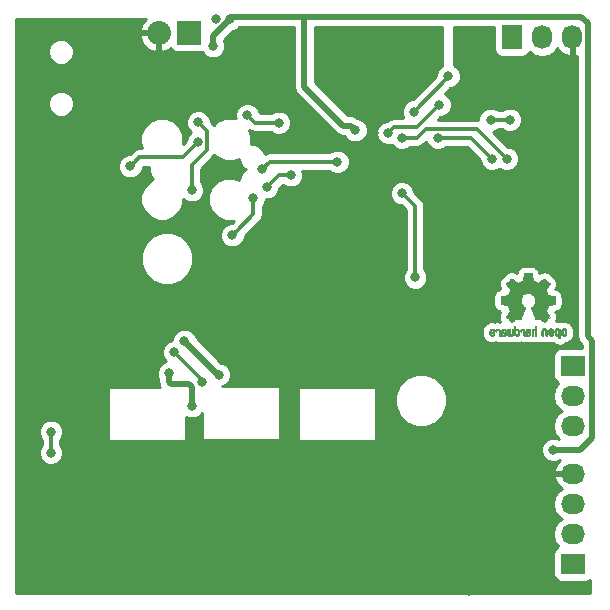
<source format=gbl>
G04 #@! TF.GenerationSoftware,KiCad,Pcbnew,(2017-04-15 revision 60310b3d3)-makepkg*
G04 #@! TF.CreationDate,2017-04-16T22:45:49+02:00*
G04 #@! TF.ProjectId,led_pixel,6C65645F706978656C2E6B696361645F,rev?*
G04 #@! TF.FileFunction,Copper,L2,Bot,Signal*
G04 #@! TF.FilePolarity,Positive*
%FSLAX46Y46*%
G04 Gerber Fmt 4.6, Leading zero omitted, Abs format (unit mm)*
G04 Created by KiCad (PCBNEW (2017-04-15 revision 60310b3d3)-makepkg) date 04/16/17 22:45:49*
%MOMM*%
%LPD*%
G01*
G04 APERTURE LIST*
%ADD10C,0.100000*%
%ADD11C,0.010000*%
%ADD12O,2.032000X2.032000*%
%ADD13R,2.032000X2.032000*%
%ADD14O,2.032000X1.727200*%
%ADD15R,2.032000X1.727200*%
%ADD16R,1.727200X2.032000*%
%ADD17O,1.727200X2.032000*%
%ADD18C,0.800000*%
%ADD19C,1.000000*%
%ADD20C,0.300000*%
%ADD21C,0.500000*%
%ADD22C,0.254000*%
G04 APERTURE END LIST*
D10*
D11*
G36*
X171450256Y-91919918D02*
X171394799Y-91947568D01*
X171345852Y-91998480D01*
X171332371Y-92017338D01*
X171317686Y-92042015D01*
X171308158Y-92068816D01*
X171302707Y-92104587D01*
X171300253Y-92156169D01*
X171299714Y-92224267D01*
X171302148Y-92317588D01*
X171310606Y-92387657D01*
X171326826Y-92439931D01*
X171352546Y-92479869D01*
X171389503Y-92512929D01*
X171392218Y-92514886D01*
X171428640Y-92534908D01*
X171472498Y-92544815D01*
X171528276Y-92547257D01*
X171618952Y-92547257D01*
X171618990Y-92635283D01*
X171619834Y-92684308D01*
X171624976Y-92713065D01*
X171638413Y-92730311D01*
X171664142Y-92744808D01*
X171670321Y-92747769D01*
X171699236Y-92761648D01*
X171721624Y-92770414D01*
X171738271Y-92771171D01*
X171749964Y-92761023D01*
X171757490Y-92737073D01*
X171761634Y-92696426D01*
X171763185Y-92636186D01*
X171762929Y-92553455D01*
X171761651Y-92445339D01*
X171761252Y-92413000D01*
X171759815Y-92301524D01*
X171758528Y-92228603D01*
X171619029Y-92228603D01*
X171618245Y-92290499D01*
X171614760Y-92330997D01*
X171606876Y-92357708D01*
X171592895Y-92378244D01*
X171583403Y-92388260D01*
X171544596Y-92417567D01*
X171510237Y-92419952D01*
X171474784Y-92395750D01*
X171473886Y-92394857D01*
X171459461Y-92376153D01*
X171450687Y-92350732D01*
X171446261Y-92311584D01*
X171444882Y-92251697D01*
X171444857Y-92238430D01*
X171448188Y-92155901D01*
X171459031Y-92098691D01*
X171478660Y-92063766D01*
X171508350Y-92048094D01*
X171525509Y-92046514D01*
X171566234Y-92053926D01*
X171594168Y-92078330D01*
X171610983Y-92122980D01*
X171618350Y-92191130D01*
X171619029Y-92228603D01*
X171758528Y-92228603D01*
X171758292Y-92215245D01*
X171756323Y-92150333D01*
X171753550Y-92102958D01*
X171749612Y-92069290D01*
X171744151Y-92045498D01*
X171736808Y-92027753D01*
X171727223Y-92012224D01*
X171723113Y-92006381D01*
X171668595Y-91951185D01*
X171599664Y-91919890D01*
X171519928Y-91911165D01*
X171450256Y-91919918D01*
X171450256Y-91919918D01*
G37*
X171450256Y-91919918D02*
X171394799Y-91947568D01*
X171345852Y-91998480D01*
X171332371Y-92017338D01*
X171317686Y-92042015D01*
X171308158Y-92068816D01*
X171302707Y-92104587D01*
X171300253Y-92156169D01*
X171299714Y-92224267D01*
X171302148Y-92317588D01*
X171310606Y-92387657D01*
X171326826Y-92439931D01*
X171352546Y-92479869D01*
X171389503Y-92512929D01*
X171392218Y-92514886D01*
X171428640Y-92534908D01*
X171472498Y-92544815D01*
X171528276Y-92547257D01*
X171618952Y-92547257D01*
X171618990Y-92635283D01*
X171619834Y-92684308D01*
X171624976Y-92713065D01*
X171638413Y-92730311D01*
X171664142Y-92744808D01*
X171670321Y-92747769D01*
X171699236Y-92761648D01*
X171721624Y-92770414D01*
X171738271Y-92771171D01*
X171749964Y-92761023D01*
X171757490Y-92737073D01*
X171761634Y-92696426D01*
X171763185Y-92636186D01*
X171762929Y-92553455D01*
X171761651Y-92445339D01*
X171761252Y-92413000D01*
X171759815Y-92301524D01*
X171758528Y-92228603D01*
X171619029Y-92228603D01*
X171618245Y-92290499D01*
X171614760Y-92330997D01*
X171606876Y-92357708D01*
X171592895Y-92378244D01*
X171583403Y-92388260D01*
X171544596Y-92417567D01*
X171510237Y-92419952D01*
X171474784Y-92395750D01*
X171473886Y-92394857D01*
X171459461Y-92376153D01*
X171450687Y-92350732D01*
X171446261Y-92311584D01*
X171444882Y-92251697D01*
X171444857Y-92238430D01*
X171448188Y-92155901D01*
X171459031Y-92098691D01*
X171478660Y-92063766D01*
X171508350Y-92048094D01*
X171525509Y-92046514D01*
X171566234Y-92053926D01*
X171594168Y-92078330D01*
X171610983Y-92122980D01*
X171618350Y-92191130D01*
X171619029Y-92228603D01*
X171758528Y-92228603D01*
X171758292Y-92215245D01*
X171756323Y-92150333D01*
X171753550Y-92102958D01*
X171749612Y-92069290D01*
X171744151Y-92045498D01*
X171736808Y-92027753D01*
X171727223Y-92012224D01*
X171723113Y-92006381D01*
X171668595Y-91951185D01*
X171599664Y-91919890D01*
X171519928Y-91911165D01*
X171450256Y-91919918D01*
G36*
X170333907Y-91927780D02*
X170287328Y-91954723D01*
X170254943Y-91981466D01*
X170231258Y-92009484D01*
X170214941Y-92043748D01*
X170204661Y-92089227D01*
X170199086Y-92150892D01*
X170196884Y-92233711D01*
X170196629Y-92293246D01*
X170196629Y-92512391D01*
X170258314Y-92540044D01*
X170320000Y-92567697D01*
X170327257Y-92327670D01*
X170330256Y-92238028D01*
X170333402Y-92172962D01*
X170337299Y-92128026D01*
X170342553Y-92098770D01*
X170349769Y-92080748D01*
X170359550Y-92069511D01*
X170362688Y-92067079D01*
X170410239Y-92048083D01*
X170458303Y-92055600D01*
X170486914Y-92075543D01*
X170498553Y-92089675D01*
X170506609Y-92108220D01*
X170511729Y-92136334D01*
X170514559Y-92179173D01*
X170515744Y-92241895D01*
X170515943Y-92307261D01*
X170515982Y-92389268D01*
X170517386Y-92447316D01*
X170522086Y-92486465D01*
X170532013Y-92511780D01*
X170549097Y-92528323D01*
X170575268Y-92541156D01*
X170610225Y-92554491D01*
X170648404Y-92569007D01*
X170643859Y-92311389D01*
X170642029Y-92218519D01*
X170639888Y-92149889D01*
X170636819Y-92100711D01*
X170632206Y-92066198D01*
X170625432Y-92041562D01*
X170615881Y-92022016D01*
X170604366Y-92004770D01*
X170548810Y-91949680D01*
X170481020Y-91917822D01*
X170407287Y-91910191D01*
X170333907Y-91927780D01*
X170333907Y-91927780D01*
G37*
X170333907Y-91927780D02*
X170287328Y-91954723D01*
X170254943Y-91981466D01*
X170231258Y-92009484D01*
X170214941Y-92043748D01*
X170204661Y-92089227D01*
X170199086Y-92150892D01*
X170196884Y-92233711D01*
X170196629Y-92293246D01*
X170196629Y-92512391D01*
X170258314Y-92540044D01*
X170320000Y-92567697D01*
X170327257Y-92327670D01*
X170330256Y-92238028D01*
X170333402Y-92172962D01*
X170337299Y-92128026D01*
X170342553Y-92098770D01*
X170349769Y-92080748D01*
X170359550Y-92069511D01*
X170362688Y-92067079D01*
X170410239Y-92048083D01*
X170458303Y-92055600D01*
X170486914Y-92075543D01*
X170498553Y-92089675D01*
X170506609Y-92108220D01*
X170511729Y-92136334D01*
X170514559Y-92179173D01*
X170515744Y-92241895D01*
X170515943Y-92307261D01*
X170515982Y-92389268D01*
X170517386Y-92447316D01*
X170522086Y-92486465D01*
X170532013Y-92511780D01*
X170549097Y-92528323D01*
X170575268Y-92541156D01*
X170610225Y-92554491D01*
X170648404Y-92569007D01*
X170643859Y-92311389D01*
X170642029Y-92218519D01*
X170639888Y-92149889D01*
X170636819Y-92100711D01*
X170632206Y-92066198D01*
X170625432Y-92041562D01*
X170615881Y-92022016D01*
X170604366Y-92004770D01*
X170548810Y-91949680D01*
X170481020Y-91917822D01*
X170407287Y-91910191D01*
X170333907Y-91927780D01*
G36*
X172008885Y-91921962D02*
X171940855Y-91957733D01*
X171890649Y-92015301D01*
X171872815Y-92052312D01*
X171858937Y-92107882D01*
X171851833Y-92178096D01*
X171851160Y-92254727D01*
X171856573Y-92329552D01*
X171867730Y-92394342D01*
X171884286Y-92440873D01*
X171889374Y-92448887D01*
X171949645Y-92508707D01*
X172021231Y-92544535D01*
X172098908Y-92555020D01*
X172177452Y-92538810D01*
X172199311Y-92529092D01*
X172241878Y-92499143D01*
X172279237Y-92459433D01*
X172282768Y-92454397D01*
X172297119Y-92430124D01*
X172306606Y-92404178D01*
X172312210Y-92370022D01*
X172314914Y-92321119D01*
X172315701Y-92250935D01*
X172315714Y-92235200D01*
X172315678Y-92230192D01*
X172170571Y-92230192D01*
X172169727Y-92296430D01*
X172166404Y-92340386D01*
X172159417Y-92368779D01*
X172147584Y-92388325D01*
X172141543Y-92394857D01*
X172106814Y-92419680D01*
X172073097Y-92418548D01*
X172039005Y-92397016D01*
X172018671Y-92374029D01*
X172006629Y-92340478D01*
X171999866Y-92287569D01*
X171999402Y-92281399D01*
X171998248Y-92185513D01*
X172010312Y-92114299D01*
X172035430Y-92068194D01*
X172073440Y-92047635D01*
X172087008Y-92046514D01*
X172122636Y-92052152D01*
X172147006Y-92071686D01*
X172161907Y-92109042D01*
X172169125Y-92168150D01*
X172170571Y-92230192D01*
X172315678Y-92230192D01*
X172315174Y-92160413D01*
X172312904Y-92108159D01*
X172307932Y-92071949D01*
X172299287Y-92045299D01*
X172285995Y-92021722D01*
X172283057Y-92017338D01*
X172233687Y-91958249D01*
X172179891Y-91923947D01*
X172114398Y-91910331D01*
X172092158Y-91909665D01*
X172008885Y-91921962D01*
X172008885Y-91921962D01*
G37*
X172008885Y-91921962D02*
X171940855Y-91957733D01*
X171890649Y-92015301D01*
X171872815Y-92052312D01*
X171858937Y-92107882D01*
X171851833Y-92178096D01*
X171851160Y-92254727D01*
X171856573Y-92329552D01*
X171867730Y-92394342D01*
X171884286Y-92440873D01*
X171889374Y-92448887D01*
X171949645Y-92508707D01*
X172021231Y-92544535D01*
X172098908Y-92555020D01*
X172177452Y-92538810D01*
X172199311Y-92529092D01*
X172241878Y-92499143D01*
X172279237Y-92459433D01*
X172282768Y-92454397D01*
X172297119Y-92430124D01*
X172306606Y-92404178D01*
X172312210Y-92370022D01*
X172314914Y-92321119D01*
X172315701Y-92250935D01*
X172315714Y-92235200D01*
X172315678Y-92230192D01*
X172170571Y-92230192D01*
X172169727Y-92296430D01*
X172166404Y-92340386D01*
X172159417Y-92368779D01*
X172147584Y-92388325D01*
X172141543Y-92394857D01*
X172106814Y-92419680D01*
X172073097Y-92418548D01*
X172039005Y-92397016D01*
X172018671Y-92374029D01*
X172006629Y-92340478D01*
X171999866Y-92287569D01*
X171999402Y-92281399D01*
X171998248Y-92185513D01*
X172010312Y-92114299D01*
X172035430Y-92068194D01*
X172073440Y-92047635D01*
X172087008Y-92046514D01*
X172122636Y-92052152D01*
X172147006Y-92071686D01*
X172161907Y-92109042D01*
X172169125Y-92168150D01*
X172170571Y-92230192D01*
X172315678Y-92230192D01*
X172315174Y-92160413D01*
X172312904Y-92108159D01*
X172307932Y-92071949D01*
X172299287Y-92045299D01*
X172285995Y-92021722D01*
X172283057Y-92017338D01*
X172233687Y-91958249D01*
X172179891Y-91923947D01*
X172114398Y-91910331D01*
X172092158Y-91909665D01*
X172008885Y-91921962D01*
G36*
X170881697Y-91931239D02*
X170824473Y-91969735D01*
X170780251Y-92025335D01*
X170753833Y-92096086D01*
X170748490Y-92148162D01*
X170749097Y-92169893D01*
X170754178Y-92186531D01*
X170768145Y-92201437D01*
X170795411Y-92217973D01*
X170840388Y-92239498D01*
X170907489Y-92269374D01*
X170907829Y-92269524D01*
X170969593Y-92297813D01*
X171020241Y-92322933D01*
X171054596Y-92342179D01*
X171067482Y-92352848D01*
X171067486Y-92352934D01*
X171056128Y-92376166D01*
X171029569Y-92401774D01*
X170999077Y-92420221D01*
X170983630Y-92423886D01*
X170941485Y-92411212D01*
X170905192Y-92379471D01*
X170887483Y-92344572D01*
X170870448Y-92318845D01*
X170837078Y-92289546D01*
X170797851Y-92264235D01*
X170763244Y-92250471D01*
X170756007Y-92249714D01*
X170747861Y-92262160D01*
X170747370Y-92293972D01*
X170753357Y-92336866D01*
X170764643Y-92382558D01*
X170780050Y-92422761D01*
X170780829Y-92424322D01*
X170827196Y-92489062D01*
X170887289Y-92533097D01*
X170955535Y-92554711D01*
X171026362Y-92552185D01*
X171094196Y-92523804D01*
X171097212Y-92521808D01*
X171150573Y-92473448D01*
X171185660Y-92410352D01*
X171205078Y-92327387D01*
X171207684Y-92304078D01*
X171212299Y-92194055D01*
X171206767Y-92142748D01*
X171067486Y-92142748D01*
X171065676Y-92174753D01*
X171055778Y-92184093D01*
X171031102Y-92177105D01*
X170992205Y-92160587D01*
X170948725Y-92139881D01*
X170947644Y-92139333D01*
X170910791Y-92119949D01*
X170896000Y-92107013D01*
X170899647Y-92093451D01*
X170915005Y-92075632D01*
X170954077Y-92049845D01*
X170996154Y-92047950D01*
X171033897Y-92066717D01*
X171059966Y-92102915D01*
X171067486Y-92142748D01*
X171206767Y-92142748D01*
X171202806Y-92106027D01*
X171178450Y-92036212D01*
X171144544Y-91987302D01*
X171083347Y-91937878D01*
X171015937Y-91913359D01*
X170947120Y-91911797D01*
X170881697Y-91931239D01*
X170881697Y-91931239D01*
G37*
X170881697Y-91931239D02*
X170824473Y-91969735D01*
X170780251Y-92025335D01*
X170753833Y-92096086D01*
X170748490Y-92148162D01*
X170749097Y-92169893D01*
X170754178Y-92186531D01*
X170768145Y-92201437D01*
X170795411Y-92217973D01*
X170840388Y-92239498D01*
X170907489Y-92269374D01*
X170907829Y-92269524D01*
X170969593Y-92297813D01*
X171020241Y-92322933D01*
X171054596Y-92342179D01*
X171067482Y-92352848D01*
X171067486Y-92352934D01*
X171056128Y-92376166D01*
X171029569Y-92401774D01*
X170999077Y-92420221D01*
X170983630Y-92423886D01*
X170941485Y-92411212D01*
X170905192Y-92379471D01*
X170887483Y-92344572D01*
X170870448Y-92318845D01*
X170837078Y-92289546D01*
X170797851Y-92264235D01*
X170763244Y-92250471D01*
X170756007Y-92249714D01*
X170747861Y-92262160D01*
X170747370Y-92293972D01*
X170753357Y-92336866D01*
X170764643Y-92382558D01*
X170780050Y-92422761D01*
X170780829Y-92424322D01*
X170827196Y-92489062D01*
X170887289Y-92533097D01*
X170955535Y-92554711D01*
X171026362Y-92552185D01*
X171094196Y-92523804D01*
X171097212Y-92521808D01*
X171150573Y-92473448D01*
X171185660Y-92410352D01*
X171205078Y-92327387D01*
X171207684Y-92304078D01*
X171212299Y-92194055D01*
X171206767Y-92142748D01*
X171067486Y-92142748D01*
X171065676Y-92174753D01*
X171055778Y-92184093D01*
X171031102Y-92177105D01*
X170992205Y-92160587D01*
X170948725Y-92139881D01*
X170947644Y-92139333D01*
X170910791Y-92119949D01*
X170896000Y-92107013D01*
X170899647Y-92093451D01*
X170915005Y-92075632D01*
X170954077Y-92049845D01*
X170996154Y-92047950D01*
X171033897Y-92066717D01*
X171059966Y-92102915D01*
X171067486Y-92142748D01*
X171206767Y-92142748D01*
X171202806Y-92106027D01*
X171178450Y-92036212D01*
X171144544Y-91987302D01*
X171083347Y-91937878D01*
X171015937Y-91913359D01*
X170947120Y-91911797D01*
X170881697Y-91931239D01*
G36*
X169674114Y-91851289D02*
X169669861Y-91910613D01*
X169664975Y-91945572D01*
X169658205Y-91960820D01*
X169648298Y-91961015D01*
X169645086Y-91959195D01*
X169602356Y-91946015D01*
X169546773Y-91946785D01*
X169490263Y-91960333D01*
X169454918Y-91977861D01*
X169418679Y-92005861D01*
X169392187Y-92037549D01*
X169374001Y-92077813D01*
X169362678Y-92131543D01*
X169356778Y-92203626D01*
X169354857Y-92298951D01*
X169354823Y-92317237D01*
X169354800Y-92522646D01*
X169400509Y-92538580D01*
X169432973Y-92549420D01*
X169450785Y-92554468D01*
X169451309Y-92554514D01*
X169453063Y-92540828D01*
X169454556Y-92503076D01*
X169455674Y-92446224D01*
X169456303Y-92375234D01*
X169456400Y-92332073D01*
X169456602Y-92246973D01*
X169457642Y-92185981D01*
X169460169Y-92144177D01*
X169464836Y-92116642D01*
X169472293Y-92098456D01*
X169483189Y-92084698D01*
X169489993Y-92078073D01*
X169536728Y-92051375D01*
X169587728Y-92049375D01*
X169633999Y-92071955D01*
X169642556Y-92080107D01*
X169655107Y-92095436D01*
X169663812Y-92113618D01*
X169669369Y-92139909D01*
X169672474Y-92179562D01*
X169673824Y-92237832D01*
X169674114Y-92318173D01*
X169674114Y-92522646D01*
X169719823Y-92538580D01*
X169752287Y-92549420D01*
X169770099Y-92554468D01*
X169770623Y-92554514D01*
X169771963Y-92540623D01*
X169773172Y-92501439D01*
X169774199Y-92440700D01*
X169774998Y-92362141D01*
X169775519Y-92269498D01*
X169775714Y-92166509D01*
X169775714Y-91769342D01*
X169728543Y-91749444D01*
X169681371Y-91729547D01*
X169674114Y-91851289D01*
X169674114Y-91851289D01*
G37*
X169674114Y-91851289D02*
X169669861Y-91910613D01*
X169664975Y-91945572D01*
X169658205Y-91960820D01*
X169648298Y-91961015D01*
X169645086Y-91959195D01*
X169602356Y-91946015D01*
X169546773Y-91946785D01*
X169490263Y-91960333D01*
X169454918Y-91977861D01*
X169418679Y-92005861D01*
X169392187Y-92037549D01*
X169374001Y-92077813D01*
X169362678Y-92131543D01*
X169356778Y-92203626D01*
X169354857Y-92298951D01*
X169354823Y-92317237D01*
X169354800Y-92522646D01*
X169400509Y-92538580D01*
X169432973Y-92549420D01*
X169450785Y-92554468D01*
X169451309Y-92554514D01*
X169453063Y-92540828D01*
X169454556Y-92503076D01*
X169455674Y-92446224D01*
X169456303Y-92375234D01*
X169456400Y-92332073D01*
X169456602Y-92246973D01*
X169457642Y-92185981D01*
X169460169Y-92144177D01*
X169464836Y-92116642D01*
X169472293Y-92098456D01*
X169483189Y-92084698D01*
X169489993Y-92078073D01*
X169536728Y-92051375D01*
X169587728Y-92049375D01*
X169633999Y-92071955D01*
X169642556Y-92080107D01*
X169655107Y-92095436D01*
X169663812Y-92113618D01*
X169669369Y-92139909D01*
X169672474Y-92179562D01*
X169673824Y-92237832D01*
X169674114Y-92318173D01*
X169674114Y-92522646D01*
X169719823Y-92538580D01*
X169752287Y-92549420D01*
X169770099Y-92554468D01*
X169770623Y-92554514D01*
X169771963Y-92540623D01*
X169773172Y-92501439D01*
X169774199Y-92440700D01*
X169774998Y-92362141D01*
X169775519Y-92269498D01*
X169775714Y-92166509D01*
X169775714Y-91769342D01*
X169728543Y-91749444D01*
X169681371Y-91729547D01*
X169674114Y-91851289D01*
G36*
X169010256Y-91950968D02*
X168953384Y-91972087D01*
X168952733Y-91972493D01*
X168917560Y-91998380D01*
X168891593Y-92028633D01*
X168873330Y-92068058D01*
X168861268Y-92121462D01*
X168853904Y-92193651D01*
X168849736Y-92289432D01*
X168849371Y-92303078D01*
X168844124Y-92508842D01*
X168888284Y-92531678D01*
X168920237Y-92547110D01*
X168939530Y-92554423D01*
X168940422Y-92554514D01*
X168943761Y-92541022D01*
X168946413Y-92504626D01*
X168948044Y-92451452D01*
X168948400Y-92408393D01*
X168948408Y-92338641D01*
X168951597Y-92294837D01*
X168962712Y-92273944D01*
X168986499Y-92272925D01*
X169027704Y-92288741D01*
X169089914Y-92317815D01*
X169135659Y-92341963D01*
X169159187Y-92362913D01*
X169166104Y-92385747D01*
X169166114Y-92386877D01*
X169154701Y-92426212D01*
X169120908Y-92447462D01*
X169069191Y-92450539D01*
X169031939Y-92450006D01*
X169012297Y-92460735D01*
X169000048Y-92486505D01*
X168992998Y-92519337D01*
X169003158Y-92537966D01*
X169006983Y-92540632D01*
X169042999Y-92551340D01*
X169093434Y-92552856D01*
X169145374Y-92545759D01*
X169182178Y-92532788D01*
X169233062Y-92489585D01*
X169261986Y-92429446D01*
X169267714Y-92382462D01*
X169263343Y-92340082D01*
X169247525Y-92305488D01*
X169216203Y-92274763D01*
X169165322Y-92243990D01*
X169090824Y-92209252D01*
X169086286Y-92207288D01*
X169019179Y-92176287D01*
X168977768Y-92150862D01*
X168960019Y-92128014D01*
X168963893Y-92104745D01*
X168987357Y-92078056D01*
X168994373Y-92071914D01*
X169041370Y-92048100D01*
X169090067Y-92049103D01*
X169132478Y-92072451D01*
X169160616Y-92115675D01*
X169163231Y-92124160D01*
X169188692Y-92165308D01*
X169220999Y-92185128D01*
X169267714Y-92204770D01*
X169267714Y-92153950D01*
X169253504Y-92080082D01*
X169211325Y-92012327D01*
X169189376Y-91989661D01*
X169139483Y-91960569D01*
X169076033Y-91947400D01*
X169010256Y-91950968D01*
X169010256Y-91950968D01*
G37*
X169010256Y-91950968D02*
X168953384Y-91972087D01*
X168952733Y-91972493D01*
X168917560Y-91998380D01*
X168891593Y-92028633D01*
X168873330Y-92068058D01*
X168861268Y-92121462D01*
X168853904Y-92193651D01*
X168849736Y-92289432D01*
X168849371Y-92303078D01*
X168844124Y-92508842D01*
X168888284Y-92531678D01*
X168920237Y-92547110D01*
X168939530Y-92554423D01*
X168940422Y-92554514D01*
X168943761Y-92541022D01*
X168946413Y-92504626D01*
X168948044Y-92451452D01*
X168948400Y-92408393D01*
X168948408Y-92338641D01*
X168951597Y-92294837D01*
X168962712Y-92273944D01*
X168986499Y-92272925D01*
X169027704Y-92288741D01*
X169089914Y-92317815D01*
X169135659Y-92341963D01*
X169159187Y-92362913D01*
X169166104Y-92385747D01*
X169166114Y-92386877D01*
X169154701Y-92426212D01*
X169120908Y-92447462D01*
X169069191Y-92450539D01*
X169031939Y-92450006D01*
X169012297Y-92460735D01*
X169000048Y-92486505D01*
X168992998Y-92519337D01*
X169003158Y-92537966D01*
X169006983Y-92540632D01*
X169042999Y-92551340D01*
X169093434Y-92552856D01*
X169145374Y-92545759D01*
X169182178Y-92532788D01*
X169233062Y-92489585D01*
X169261986Y-92429446D01*
X169267714Y-92382462D01*
X169263343Y-92340082D01*
X169247525Y-92305488D01*
X169216203Y-92274763D01*
X169165322Y-92243990D01*
X169090824Y-92209252D01*
X169086286Y-92207288D01*
X169019179Y-92176287D01*
X168977768Y-92150862D01*
X168960019Y-92128014D01*
X168963893Y-92104745D01*
X168987357Y-92078056D01*
X168994373Y-92071914D01*
X169041370Y-92048100D01*
X169090067Y-92049103D01*
X169132478Y-92072451D01*
X169160616Y-92115675D01*
X169163231Y-92124160D01*
X169188692Y-92165308D01*
X169220999Y-92185128D01*
X169267714Y-92204770D01*
X169267714Y-92153950D01*
X169253504Y-92080082D01*
X169211325Y-92012327D01*
X169189376Y-91989661D01*
X169139483Y-91960569D01*
X169076033Y-91947400D01*
X169010256Y-91950968D01*
G36*
X168520074Y-91949755D02*
X168454142Y-91974084D01*
X168400727Y-92017117D01*
X168379836Y-92047409D01*
X168357061Y-92102994D01*
X168357534Y-92143186D01*
X168381438Y-92170217D01*
X168390283Y-92174813D01*
X168428470Y-92189144D01*
X168447972Y-92185472D01*
X168454578Y-92161407D01*
X168454914Y-92148114D01*
X168467008Y-92099210D01*
X168498529Y-92064999D01*
X168542341Y-92048476D01*
X168591305Y-92052634D01*
X168631106Y-92074227D01*
X168644550Y-92086544D01*
X168654079Y-92101487D01*
X168660515Y-92124075D01*
X168664683Y-92159328D01*
X168667403Y-92212266D01*
X168669498Y-92287907D01*
X168670040Y-92311857D01*
X168672019Y-92393790D01*
X168674269Y-92451455D01*
X168677643Y-92489608D01*
X168682994Y-92513004D01*
X168691176Y-92526398D01*
X168703041Y-92534545D01*
X168710638Y-92538144D01*
X168742898Y-92550452D01*
X168761889Y-92554514D01*
X168768164Y-92540948D01*
X168771994Y-92499934D01*
X168773400Y-92430999D01*
X168772402Y-92333669D01*
X168772092Y-92318657D01*
X168769899Y-92229859D01*
X168767307Y-92165019D01*
X168763618Y-92119067D01*
X168758136Y-92086935D01*
X168750165Y-92063553D01*
X168739007Y-92043852D01*
X168733170Y-92035410D01*
X168699704Y-91998057D01*
X168662273Y-91969003D01*
X168657691Y-91966467D01*
X168590574Y-91946443D01*
X168520074Y-91949755D01*
X168520074Y-91949755D01*
G37*
X168520074Y-91949755D02*
X168454142Y-91974084D01*
X168400727Y-92017117D01*
X168379836Y-92047409D01*
X168357061Y-92102994D01*
X168357534Y-92143186D01*
X168381438Y-92170217D01*
X168390283Y-92174813D01*
X168428470Y-92189144D01*
X168447972Y-92185472D01*
X168454578Y-92161407D01*
X168454914Y-92148114D01*
X168467008Y-92099210D01*
X168498529Y-92064999D01*
X168542341Y-92048476D01*
X168591305Y-92052634D01*
X168631106Y-92074227D01*
X168644550Y-92086544D01*
X168654079Y-92101487D01*
X168660515Y-92124075D01*
X168664683Y-92159328D01*
X168667403Y-92212266D01*
X168669498Y-92287907D01*
X168670040Y-92311857D01*
X168672019Y-92393790D01*
X168674269Y-92451455D01*
X168677643Y-92489608D01*
X168682994Y-92513004D01*
X168691176Y-92526398D01*
X168703041Y-92534545D01*
X168710638Y-92538144D01*
X168742898Y-92550452D01*
X168761889Y-92554514D01*
X168768164Y-92540948D01*
X168771994Y-92499934D01*
X168773400Y-92430999D01*
X168772402Y-92333669D01*
X168772092Y-92318657D01*
X168769899Y-92229859D01*
X168767307Y-92165019D01*
X168763618Y-92119067D01*
X168758136Y-92086935D01*
X168750165Y-92063553D01*
X168739007Y-92043852D01*
X168733170Y-92035410D01*
X168699704Y-91998057D01*
X168662273Y-91969003D01*
X168657691Y-91966467D01*
X168590574Y-91946443D01*
X168520074Y-91949755D01*
G36*
X167859883Y-92065358D02*
X167860067Y-92173837D01*
X167860781Y-92257287D01*
X167862325Y-92319704D01*
X167864999Y-92365085D01*
X167869106Y-92397429D01*
X167874945Y-92420733D01*
X167882818Y-92438995D01*
X167888779Y-92449418D01*
X167938145Y-92505945D01*
X168000736Y-92541377D01*
X168069987Y-92554090D01*
X168139332Y-92542463D01*
X168180625Y-92521568D01*
X168223975Y-92485422D01*
X168253519Y-92441276D01*
X168271345Y-92383462D01*
X168279537Y-92306313D01*
X168280698Y-92249714D01*
X168280542Y-92245647D01*
X168179143Y-92245647D01*
X168178524Y-92310550D01*
X168175686Y-92353514D01*
X168169160Y-92381622D01*
X168157477Y-92401953D01*
X168143517Y-92417288D01*
X168096635Y-92446890D01*
X168046299Y-92449419D01*
X167998724Y-92424705D01*
X167995021Y-92421356D01*
X167979217Y-92403935D01*
X167969307Y-92383209D01*
X167963942Y-92352362D01*
X167961772Y-92304577D01*
X167961429Y-92251748D01*
X167962173Y-92185381D01*
X167965252Y-92141106D01*
X167971939Y-92112009D01*
X167983504Y-92091173D01*
X167992987Y-92080107D01*
X168037040Y-92052198D01*
X168087776Y-92048843D01*
X168136204Y-92070159D01*
X168145550Y-92078073D01*
X168161460Y-92095647D01*
X168171390Y-92116587D01*
X168176722Y-92147782D01*
X168178837Y-92196122D01*
X168179143Y-92245647D01*
X168280542Y-92245647D01*
X168277190Y-92158568D01*
X168265274Y-92090086D01*
X168242865Y-92038600D01*
X168207876Y-91998443D01*
X168180625Y-91977861D01*
X168131093Y-91955625D01*
X168073684Y-91945304D01*
X168020318Y-91948067D01*
X167990457Y-91959212D01*
X167978739Y-91962383D01*
X167970963Y-91950557D01*
X167965535Y-91918866D01*
X167961429Y-91870593D01*
X167956933Y-91816829D01*
X167950687Y-91784482D01*
X167939324Y-91765985D01*
X167919472Y-91753770D01*
X167907000Y-91748362D01*
X167859829Y-91728601D01*
X167859883Y-92065358D01*
X167859883Y-92065358D01*
G37*
X167859883Y-92065358D02*
X167860067Y-92173837D01*
X167860781Y-92257287D01*
X167862325Y-92319704D01*
X167864999Y-92365085D01*
X167869106Y-92397429D01*
X167874945Y-92420733D01*
X167882818Y-92438995D01*
X167888779Y-92449418D01*
X167938145Y-92505945D01*
X168000736Y-92541377D01*
X168069987Y-92554090D01*
X168139332Y-92542463D01*
X168180625Y-92521568D01*
X168223975Y-92485422D01*
X168253519Y-92441276D01*
X168271345Y-92383462D01*
X168279537Y-92306313D01*
X168280698Y-92249714D01*
X168280542Y-92245647D01*
X168179143Y-92245647D01*
X168178524Y-92310550D01*
X168175686Y-92353514D01*
X168169160Y-92381622D01*
X168157477Y-92401953D01*
X168143517Y-92417288D01*
X168096635Y-92446890D01*
X168046299Y-92449419D01*
X167998724Y-92424705D01*
X167995021Y-92421356D01*
X167979217Y-92403935D01*
X167969307Y-92383209D01*
X167963942Y-92352362D01*
X167961772Y-92304577D01*
X167961429Y-92251748D01*
X167962173Y-92185381D01*
X167965252Y-92141106D01*
X167971939Y-92112009D01*
X167983504Y-92091173D01*
X167992987Y-92080107D01*
X168037040Y-92052198D01*
X168087776Y-92048843D01*
X168136204Y-92070159D01*
X168145550Y-92078073D01*
X168161460Y-92095647D01*
X168171390Y-92116587D01*
X168176722Y-92147782D01*
X168178837Y-92196122D01*
X168179143Y-92245647D01*
X168280542Y-92245647D01*
X168277190Y-92158568D01*
X168265274Y-92090086D01*
X168242865Y-92038600D01*
X168207876Y-91998443D01*
X168180625Y-91977861D01*
X168131093Y-91955625D01*
X168073684Y-91945304D01*
X168020318Y-91948067D01*
X167990457Y-91959212D01*
X167978739Y-91962383D01*
X167970963Y-91950557D01*
X167965535Y-91918866D01*
X167961429Y-91870593D01*
X167956933Y-91816829D01*
X167950687Y-91784482D01*
X167939324Y-91765985D01*
X167919472Y-91753770D01*
X167907000Y-91748362D01*
X167859829Y-91728601D01*
X167859883Y-92065358D01*
G36*
X167270167Y-91958663D02*
X167267952Y-91996850D01*
X167266216Y-92054886D01*
X167265101Y-92128180D01*
X167264743Y-92205055D01*
X167264743Y-92465196D01*
X167310674Y-92511127D01*
X167342325Y-92539429D01*
X167370110Y-92550893D01*
X167408085Y-92550168D01*
X167423160Y-92548321D01*
X167470274Y-92542948D01*
X167509244Y-92539869D01*
X167518743Y-92539585D01*
X167550767Y-92541445D01*
X167596568Y-92546114D01*
X167614326Y-92548321D01*
X167657943Y-92551735D01*
X167687255Y-92544320D01*
X167716320Y-92521427D01*
X167726812Y-92511127D01*
X167772743Y-92465196D01*
X167772743Y-91978602D01*
X167735774Y-91961758D01*
X167703941Y-91949282D01*
X167685317Y-91944914D01*
X167680542Y-91958718D01*
X167676079Y-91997286D01*
X167672225Y-92056356D01*
X167669278Y-92131663D01*
X167667857Y-92195286D01*
X167663886Y-92445657D01*
X167629241Y-92450556D01*
X167597732Y-92447131D01*
X167582292Y-92436041D01*
X167577977Y-92415308D01*
X167574292Y-92371145D01*
X167571531Y-92309146D01*
X167569988Y-92234909D01*
X167569765Y-92196706D01*
X167569543Y-91976783D01*
X167523834Y-91960849D01*
X167491482Y-91950015D01*
X167473885Y-91944962D01*
X167473377Y-91944914D01*
X167471612Y-91958648D01*
X167469671Y-91996730D01*
X167467718Y-92054482D01*
X167465916Y-92127227D01*
X167464657Y-92195286D01*
X167460686Y-92445657D01*
X167373600Y-92445657D01*
X167369604Y-92217240D01*
X167365608Y-91988822D01*
X167323153Y-91966868D01*
X167291808Y-91951793D01*
X167273256Y-91944951D01*
X167272721Y-91944914D01*
X167270167Y-91958663D01*
X167270167Y-91958663D01*
G37*
X167270167Y-91958663D02*
X167267952Y-91996850D01*
X167266216Y-92054886D01*
X167265101Y-92128180D01*
X167264743Y-92205055D01*
X167264743Y-92465196D01*
X167310674Y-92511127D01*
X167342325Y-92539429D01*
X167370110Y-92550893D01*
X167408085Y-92550168D01*
X167423160Y-92548321D01*
X167470274Y-92542948D01*
X167509244Y-92539869D01*
X167518743Y-92539585D01*
X167550767Y-92541445D01*
X167596568Y-92546114D01*
X167614326Y-92548321D01*
X167657943Y-92551735D01*
X167687255Y-92544320D01*
X167716320Y-92521427D01*
X167726812Y-92511127D01*
X167772743Y-92465196D01*
X167772743Y-91978602D01*
X167735774Y-91961758D01*
X167703941Y-91949282D01*
X167685317Y-91944914D01*
X167680542Y-91958718D01*
X167676079Y-91997286D01*
X167672225Y-92056356D01*
X167669278Y-92131663D01*
X167667857Y-92195286D01*
X167663886Y-92445657D01*
X167629241Y-92450556D01*
X167597732Y-92447131D01*
X167582292Y-92436041D01*
X167577977Y-92415308D01*
X167574292Y-92371145D01*
X167571531Y-92309146D01*
X167569988Y-92234909D01*
X167569765Y-92196706D01*
X167569543Y-91976783D01*
X167523834Y-91960849D01*
X167491482Y-91950015D01*
X167473885Y-91944962D01*
X167473377Y-91944914D01*
X167471612Y-91958648D01*
X167469671Y-91996730D01*
X167467718Y-92054482D01*
X167465916Y-92127227D01*
X167464657Y-92195286D01*
X167460686Y-92445657D01*
X167373600Y-92445657D01*
X167369604Y-92217240D01*
X167365608Y-91988822D01*
X167323153Y-91966868D01*
X167291808Y-91951793D01*
X167273256Y-91944951D01*
X167272721Y-91944914D01*
X167270167Y-91958663D01*
G36*
X166905124Y-91956335D02*
X166863333Y-91975344D01*
X166830531Y-91998378D01*
X166806497Y-92024133D01*
X166789903Y-92057358D01*
X166779423Y-92102800D01*
X166773729Y-92165207D01*
X166771493Y-92249327D01*
X166771257Y-92304721D01*
X166771257Y-92520826D01*
X166808226Y-92537670D01*
X166837344Y-92549981D01*
X166851769Y-92554514D01*
X166854528Y-92541025D01*
X166856718Y-92504653D01*
X166858058Y-92451542D01*
X166858343Y-92409372D01*
X166859566Y-92348447D01*
X166862864Y-92300115D01*
X166867679Y-92270518D01*
X166871504Y-92264229D01*
X166897217Y-92270652D01*
X166937582Y-92287125D01*
X166984321Y-92309458D01*
X167029155Y-92333457D01*
X167063807Y-92354930D01*
X167079998Y-92369685D01*
X167080062Y-92369845D01*
X167078670Y-92397152D01*
X167066182Y-92423219D01*
X167044257Y-92444392D01*
X167012257Y-92451474D01*
X166984908Y-92450649D01*
X166946174Y-92450042D01*
X166925842Y-92459116D01*
X166913631Y-92483092D01*
X166912091Y-92487613D01*
X166906797Y-92521806D01*
X166920953Y-92542568D01*
X166957852Y-92552462D01*
X166997711Y-92554292D01*
X167069438Y-92540727D01*
X167106568Y-92521355D01*
X167152424Y-92475845D01*
X167176744Y-92419983D01*
X167178927Y-92360957D01*
X167158371Y-92305953D01*
X167127451Y-92271486D01*
X167096580Y-92252189D01*
X167048058Y-92227759D01*
X166991515Y-92202985D01*
X166982090Y-92199199D01*
X166919981Y-92171791D01*
X166884178Y-92147634D01*
X166872663Y-92123619D01*
X166883420Y-92096635D01*
X166901886Y-92075543D01*
X166945531Y-92049572D01*
X166993554Y-92047624D01*
X167037594Y-92067637D01*
X167069291Y-92107551D01*
X167073451Y-92117848D01*
X167097673Y-92155724D01*
X167133035Y-92183842D01*
X167177657Y-92206917D01*
X167177657Y-92141485D01*
X167175031Y-92101506D01*
X167163770Y-92069997D01*
X167138801Y-92036378D01*
X167114831Y-92010484D01*
X167077559Y-91973817D01*
X167048599Y-91954121D01*
X167017495Y-91946220D01*
X166982287Y-91944914D01*
X166905124Y-91956335D01*
X166905124Y-91956335D01*
G37*
X166905124Y-91956335D02*
X166863333Y-91975344D01*
X166830531Y-91998378D01*
X166806497Y-92024133D01*
X166789903Y-92057358D01*
X166779423Y-92102800D01*
X166773729Y-92165207D01*
X166771493Y-92249327D01*
X166771257Y-92304721D01*
X166771257Y-92520826D01*
X166808226Y-92537670D01*
X166837344Y-92549981D01*
X166851769Y-92554514D01*
X166854528Y-92541025D01*
X166856718Y-92504653D01*
X166858058Y-92451542D01*
X166858343Y-92409372D01*
X166859566Y-92348447D01*
X166862864Y-92300115D01*
X166867679Y-92270518D01*
X166871504Y-92264229D01*
X166897217Y-92270652D01*
X166937582Y-92287125D01*
X166984321Y-92309458D01*
X167029155Y-92333457D01*
X167063807Y-92354930D01*
X167079998Y-92369685D01*
X167080062Y-92369845D01*
X167078670Y-92397152D01*
X167066182Y-92423219D01*
X167044257Y-92444392D01*
X167012257Y-92451474D01*
X166984908Y-92450649D01*
X166946174Y-92450042D01*
X166925842Y-92459116D01*
X166913631Y-92483092D01*
X166912091Y-92487613D01*
X166906797Y-92521806D01*
X166920953Y-92542568D01*
X166957852Y-92552462D01*
X166997711Y-92554292D01*
X167069438Y-92540727D01*
X167106568Y-92521355D01*
X167152424Y-92475845D01*
X167176744Y-92419983D01*
X167178927Y-92360957D01*
X167158371Y-92305953D01*
X167127451Y-92271486D01*
X167096580Y-92252189D01*
X167048058Y-92227759D01*
X166991515Y-92202985D01*
X166982090Y-92199199D01*
X166919981Y-92171791D01*
X166884178Y-92147634D01*
X166872663Y-92123619D01*
X166883420Y-92096635D01*
X166901886Y-92075543D01*
X166945531Y-92049572D01*
X166993554Y-92047624D01*
X167037594Y-92067637D01*
X167069291Y-92107551D01*
X167073451Y-92117848D01*
X167097673Y-92155724D01*
X167133035Y-92183842D01*
X167177657Y-92206917D01*
X167177657Y-92141485D01*
X167175031Y-92101506D01*
X167163770Y-92069997D01*
X167138801Y-92036378D01*
X167114831Y-92010484D01*
X167077559Y-91973817D01*
X167048599Y-91954121D01*
X167017495Y-91946220D01*
X166982287Y-91944914D01*
X166905124Y-91956335D01*
G36*
X166397400Y-91958752D02*
X166380052Y-91966334D01*
X166338644Y-91999128D01*
X166303235Y-92046547D01*
X166281336Y-92097151D01*
X166277771Y-92122098D01*
X166289721Y-92156927D01*
X166315933Y-92175357D01*
X166344036Y-92186516D01*
X166356905Y-92188572D01*
X166363171Y-92173649D01*
X166375544Y-92141175D01*
X166380972Y-92126502D01*
X166411410Y-92075744D01*
X166455480Y-92050427D01*
X166511990Y-92051206D01*
X166516175Y-92052203D01*
X166546345Y-92066507D01*
X166568524Y-92094393D01*
X166583673Y-92139287D01*
X166592750Y-92204615D01*
X166596714Y-92293804D01*
X166597086Y-92341261D01*
X166597270Y-92416071D01*
X166598478Y-92467069D01*
X166601691Y-92499471D01*
X166607891Y-92518495D01*
X166618060Y-92529356D01*
X166633181Y-92537272D01*
X166634054Y-92537670D01*
X166663172Y-92549981D01*
X166677597Y-92554514D01*
X166679814Y-92540809D01*
X166681711Y-92502925D01*
X166683153Y-92445715D01*
X166684002Y-92374027D01*
X166684171Y-92321565D01*
X166683308Y-92220047D01*
X166679930Y-92143032D01*
X166672858Y-92086023D01*
X166660912Y-92044526D01*
X166642910Y-92014043D01*
X166617673Y-91990080D01*
X166592753Y-91973355D01*
X166532829Y-91951097D01*
X166463089Y-91946076D01*
X166397400Y-91958752D01*
X166397400Y-91958752D01*
G37*
X166397400Y-91958752D02*
X166380052Y-91966334D01*
X166338644Y-91999128D01*
X166303235Y-92046547D01*
X166281336Y-92097151D01*
X166277771Y-92122098D01*
X166289721Y-92156927D01*
X166315933Y-92175357D01*
X166344036Y-92186516D01*
X166356905Y-92188572D01*
X166363171Y-92173649D01*
X166375544Y-92141175D01*
X166380972Y-92126502D01*
X166411410Y-92075744D01*
X166455480Y-92050427D01*
X166511990Y-92051206D01*
X166516175Y-92052203D01*
X166546345Y-92066507D01*
X166568524Y-92094393D01*
X166583673Y-92139287D01*
X166592750Y-92204615D01*
X166596714Y-92293804D01*
X166597086Y-92341261D01*
X166597270Y-92416071D01*
X166598478Y-92467069D01*
X166601691Y-92499471D01*
X166607891Y-92518495D01*
X166618060Y-92529356D01*
X166633181Y-92537272D01*
X166634054Y-92537670D01*
X166663172Y-92549981D01*
X166677597Y-92554514D01*
X166679814Y-92540809D01*
X166681711Y-92502925D01*
X166683153Y-92445715D01*
X166684002Y-92374027D01*
X166684171Y-92321565D01*
X166683308Y-92220047D01*
X166679930Y-92143032D01*
X166672858Y-92086023D01*
X166660912Y-92044526D01*
X166642910Y-92014043D01*
X166617673Y-91990080D01*
X166592753Y-91973355D01*
X166532829Y-91951097D01*
X166463089Y-91946076D01*
X166397400Y-91958752D01*
G36*
X165896405Y-91966966D02*
X165838979Y-92004497D01*
X165811281Y-92038096D01*
X165789338Y-92099064D01*
X165787595Y-92147308D01*
X165791543Y-92211816D01*
X165940314Y-92276934D01*
X166012651Y-92310202D01*
X166059916Y-92336964D01*
X166084493Y-92360144D01*
X166088763Y-92382667D01*
X166075111Y-92407455D01*
X166060057Y-92423886D01*
X166016254Y-92450235D01*
X165968611Y-92452081D01*
X165924855Y-92431546D01*
X165892711Y-92390752D01*
X165886962Y-92376347D01*
X165859424Y-92331356D01*
X165827742Y-92312182D01*
X165784286Y-92295779D01*
X165784286Y-92357966D01*
X165788128Y-92400283D01*
X165803177Y-92435969D01*
X165834720Y-92476943D01*
X165839408Y-92482267D01*
X165874494Y-92518720D01*
X165904653Y-92538283D01*
X165942385Y-92547283D01*
X165973665Y-92550230D01*
X166029615Y-92550965D01*
X166069445Y-92541660D01*
X166094292Y-92527846D01*
X166133344Y-92497467D01*
X166160375Y-92464613D01*
X166177483Y-92423294D01*
X166186762Y-92367521D01*
X166190307Y-92291305D01*
X166190590Y-92252622D01*
X166189628Y-92206247D01*
X166101993Y-92206247D01*
X166100977Y-92231126D01*
X166098444Y-92235200D01*
X166081726Y-92229665D01*
X166045751Y-92215017D01*
X165997669Y-92194190D01*
X165987614Y-92189714D01*
X165926848Y-92158814D01*
X165893368Y-92131657D01*
X165886010Y-92106220D01*
X165903609Y-92080481D01*
X165918144Y-92069109D01*
X165970590Y-92046364D01*
X166019678Y-92050122D01*
X166060773Y-92077884D01*
X166089242Y-92127152D01*
X166098369Y-92166257D01*
X166101993Y-92206247D01*
X166189628Y-92206247D01*
X166188715Y-92162249D01*
X166181804Y-92095384D01*
X166168116Y-92046695D01*
X166145904Y-92010849D01*
X166113426Y-91982513D01*
X166099267Y-91973355D01*
X166034947Y-91949507D01*
X165964527Y-91948006D01*
X165896405Y-91966966D01*
X165896405Y-91966966D01*
G37*
X165896405Y-91966966D02*
X165838979Y-92004497D01*
X165811281Y-92038096D01*
X165789338Y-92099064D01*
X165787595Y-92147308D01*
X165791543Y-92211816D01*
X165940314Y-92276934D01*
X166012651Y-92310202D01*
X166059916Y-92336964D01*
X166084493Y-92360144D01*
X166088763Y-92382667D01*
X166075111Y-92407455D01*
X166060057Y-92423886D01*
X166016254Y-92450235D01*
X165968611Y-92452081D01*
X165924855Y-92431546D01*
X165892711Y-92390752D01*
X165886962Y-92376347D01*
X165859424Y-92331356D01*
X165827742Y-92312182D01*
X165784286Y-92295779D01*
X165784286Y-92357966D01*
X165788128Y-92400283D01*
X165803177Y-92435969D01*
X165834720Y-92476943D01*
X165839408Y-92482267D01*
X165874494Y-92518720D01*
X165904653Y-92538283D01*
X165942385Y-92547283D01*
X165973665Y-92550230D01*
X166029615Y-92550965D01*
X166069445Y-92541660D01*
X166094292Y-92527846D01*
X166133344Y-92497467D01*
X166160375Y-92464613D01*
X166177483Y-92423294D01*
X166186762Y-92367521D01*
X166190307Y-92291305D01*
X166190590Y-92252622D01*
X166189628Y-92206247D01*
X166101993Y-92206247D01*
X166100977Y-92231126D01*
X166098444Y-92235200D01*
X166081726Y-92229665D01*
X166045751Y-92215017D01*
X165997669Y-92194190D01*
X165987614Y-92189714D01*
X165926848Y-92158814D01*
X165893368Y-92131657D01*
X165886010Y-92106220D01*
X165903609Y-92080481D01*
X165918144Y-92069109D01*
X165970590Y-92046364D01*
X166019678Y-92050122D01*
X166060773Y-92077884D01*
X166089242Y-92127152D01*
X166098369Y-92166257D01*
X166101993Y-92206247D01*
X166189628Y-92206247D01*
X166188715Y-92162249D01*
X166181804Y-92095384D01*
X166168116Y-92046695D01*
X166145904Y-92010849D01*
X166113426Y-91982513D01*
X166099267Y-91973355D01*
X166034947Y-91949507D01*
X165964527Y-91948006D01*
X165896405Y-91966966D01*
G36*
X168946090Y-87242348D02*
X168867546Y-87242778D01*
X168810702Y-87243942D01*
X168771895Y-87246207D01*
X168747462Y-87249940D01*
X168733738Y-87255506D01*
X168727060Y-87263273D01*
X168723764Y-87273605D01*
X168723444Y-87274943D01*
X168718438Y-87299079D01*
X168709171Y-87346701D01*
X168696608Y-87412741D01*
X168681713Y-87492128D01*
X168665449Y-87579796D01*
X168664881Y-87582875D01*
X168648590Y-87668789D01*
X168633348Y-87744696D01*
X168620139Y-87806045D01*
X168609946Y-87848282D01*
X168603752Y-87866855D01*
X168603457Y-87867184D01*
X168585212Y-87876253D01*
X168547595Y-87891367D01*
X168498729Y-87909262D01*
X168498457Y-87909358D01*
X168436907Y-87932493D01*
X168364343Y-87961965D01*
X168295943Y-87991597D01*
X168292706Y-87993062D01*
X168181298Y-88043626D01*
X167934601Y-87875160D01*
X167858923Y-87823803D01*
X167790369Y-87777889D01*
X167732912Y-87740030D01*
X167690524Y-87712837D01*
X167667175Y-87698921D01*
X167664958Y-87697889D01*
X167647990Y-87702484D01*
X167616299Y-87724655D01*
X167568648Y-87765447D01*
X167503802Y-87825905D01*
X167437603Y-87890227D01*
X167373786Y-87953612D01*
X167316671Y-88011451D01*
X167269695Y-88060175D01*
X167236297Y-88096210D01*
X167219915Y-88115984D01*
X167219306Y-88117002D01*
X167217495Y-88130572D01*
X167224317Y-88152733D01*
X167241460Y-88186478D01*
X167270607Y-88234800D01*
X167313445Y-88300692D01*
X167370552Y-88385517D01*
X167421234Y-88460177D01*
X167466539Y-88527140D01*
X167503850Y-88582516D01*
X167530548Y-88622420D01*
X167544015Y-88642962D01*
X167544863Y-88644356D01*
X167543219Y-88664038D01*
X167530755Y-88702293D01*
X167509952Y-88751889D01*
X167502538Y-88767728D01*
X167470186Y-88838290D01*
X167435672Y-88918353D01*
X167407635Y-88987629D01*
X167387432Y-89039045D01*
X167371385Y-89078119D01*
X167362112Y-89098541D01*
X167360959Y-89100114D01*
X167343904Y-89102721D01*
X167303702Y-89109863D01*
X167245698Y-89120523D01*
X167175237Y-89133685D01*
X167097665Y-89148333D01*
X167018328Y-89163449D01*
X166942569Y-89178018D01*
X166875736Y-89191022D01*
X166823172Y-89201445D01*
X166790224Y-89208270D01*
X166782143Y-89210199D01*
X166773795Y-89214962D01*
X166767494Y-89225718D01*
X166762955Y-89246098D01*
X166759896Y-89279734D01*
X166758033Y-89330255D01*
X166757082Y-89401292D01*
X166756760Y-89496476D01*
X166756743Y-89535492D01*
X166756743Y-89852799D01*
X166832943Y-89867839D01*
X166875337Y-89875995D01*
X166938600Y-89887899D01*
X167015038Y-89902116D01*
X167096957Y-89917210D01*
X167119600Y-89921355D01*
X167195194Y-89936053D01*
X167261047Y-89950505D01*
X167311634Y-89963375D01*
X167341426Y-89973322D01*
X167346388Y-89976287D01*
X167358574Y-89997283D01*
X167376047Y-90037967D01*
X167395423Y-90090322D01*
X167399266Y-90101600D01*
X167424661Y-90171523D01*
X167456183Y-90250418D01*
X167487031Y-90321266D01*
X167487183Y-90321595D01*
X167538553Y-90432733D01*
X167369601Y-90681253D01*
X167200648Y-90929772D01*
X167417571Y-91147058D01*
X167483181Y-91211726D01*
X167543021Y-91268733D01*
X167593733Y-91315033D01*
X167631954Y-91347584D01*
X167654325Y-91363343D01*
X167657534Y-91364343D01*
X167676374Y-91356469D01*
X167714820Y-91334578D01*
X167768670Y-91301267D01*
X167833724Y-91259131D01*
X167904060Y-91211943D01*
X167975445Y-91163810D01*
X168039092Y-91121928D01*
X168090959Y-91088871D01*
X168127005Y-91067218D01*
X168143133Y-91059543D01*
X168162811Y-91066037D01*
X168200125Y-91083150D01*
X168247379Y-91107326D01*
X168252388Y-91110013D01*
X168316023Y-91141927D01*
X168359659Y-91157579D01*
X168386798Y-91157745D01*
X168400943Y-91143204D01*
X168401025Y-91143000D01*
X168408095Y-91125779D01*
X168424958Y-91084899D01*
X168450305Y-91023525D01*
X168482829Y-90944819D01*
X168521222Y-90851947D01*
X168564178Y-90748072D01*
X168605778Y-90647502D01*
X168651496Y-90536516D01*
X168693474Y-90433703D01*
X168730452Y-90342215D01*
X168761173Y-90265201D01*
X168784378Y-90205815D01*
X168798810Y-90167209D01*
X168803257Y-90152800D01*
X168792104Y-90136272D01*
X168762931Y-90109930D01*
X168724029Y-90080887D01*
X168613243Y-89989039D01*
X168526649Y-89883759D01*
X168465284Y-89767266D01*
X168430185Y-89641776D01*
X168422392Y-89509507D01*
X168428057Y-89448457D01*
X168458922Y-89321795D01*
X168512080Y-89209941D01*
X168584233Y-89114001D01*
X168672083Y-89035076D01*
X168772335Y-88974270D01*
X168881690Y-88932687D01*
X168996853Y-88911428D01*
X169114525Y-88911599D01*
X169231410Y-88934301D01*
X169344211Y-88980638D01*
X169449631Y-89051713D01*
X169493632Y-89091911D01*
X169578021Y-89195129D01*
X169636778Y-89307925D01*
X169670296Y-89427010D01*
X169678965Y-89549095D01*
X169663177Y-89670893D01*
X169623322Y-89789116D01*
X169559793Y-89900475D01*
X169472979Y-90001684D01*
X169375971Y-90080887D01*
X169335563Y-90111162D01*
X169307018Y-90137219D01*
X169296743Y-90152825D01*
X169302123Y-90169843D01*
X169317425Y-90210500D01*
X169341388Y-90271642D01*
X169372756Y-90350119D01*
X169410268Y-90442780D01*
X169452667Y-90546472D01*
X169494337Y-90647526D01*
X169540310Y-90758607D01*
X169582893Y-90861541D01*
X169620779Y-90953165D01*
X169652660Y-91030316D01*
X169677229Y-91089831D01*
X169693180Y-91128544D01*
X169699090Y-91143000D01*
X169713052Y-91157685D01*
X169740060Y-91157642D01*
X169783587Y-91142099D01*
X169847110Y-91110284D01*
X169847612Y-91110013D01*
X169895440Y-91085323D01*
X169934103Y-91067338D01*
X169955905Y-91059614D01*
X169956867Y-91059543D01*
X169973279Y-91067378D01*
X170009513Y-91089165D01*
X170061526Y-91122328D01*
X170125275Y-91164291D01*
X170195940Y-91211943D01*
X170267884Y-91260191D01*
X170332726Y-91302151D01*
X170386265Y-91335227D01*
X170424303Y-91356821D01*
X170442467Y-91364343D01*
X170459192Y-91354457D01*
X170492820Y-91326826D01*
X170539990Y-91284495D01*
X170597342Y-91230505D01*
X170661516Y-91167899D01*
X170682503Y-91146983D01*
X170899501Y-90929623D01*
X170734332Y-90687220D01*
X170684136Y-90612781D01*
X170640081Y-90545972D01*
X170604638Y-90490665D01*
X170580281Y-90450729D01*
X170569478Y-90430036D01*
X170569162Y-90428563D01*
X170574857Y-90409058D01*
X170590174Y-90369822D01*
X170612463Y-90317430D01*
X170628107Y-90282355D01*
X170657359Y-90215201D01*
X170684906Y-90147358D01*
X170706263Y-90090034D01*
X170712065Y-90072572D01*
X170728548Y-90025938D01*
X170744660Y-89989905D01*
X170753510Y-89976287D01*
X170773040Y-89967952D01*
X170815666Y-89956137D01*
X170875855Y-89942181D01*
X170948078Y-89927422D01*
X170980400Y-89921355D01*
X171062478Y-89906273D01*
X171141205Y-89891669D01*
X171208891Y-89878980D01*
X171257840Y-89869642D01*
X171267057Y-89867839D01*
X171343257Y-89852799D01*
X171343257Y-89535492D01*
X171343086Y-89431154D01*
X171342384Y-89352213D01*
X171340866Y-89295038D01*
X171338251Y-89255999D01*
X171334254Y-89231465D01*
X171328591Y-89217805D01*
X171320980Y-89211389D01*
X171317857Y-89210199D01*
X171299022Y-89205980D01*
X171257412Y-89197562D01*
X171198370Y-89185961D01*
X171127243Y-89172195D01*
X171049375Y-89157280D01*
X170970113Y-89142232D01*
X170894802Y-89128069D01*
X170828787Y-89115806D01*
X170777413Y-89106461D01*
X170746025Y-89101050D01*
X170739041Y-89100114D01*
X170732715Y-89087596D01*
X170718710Y-89054246D01*
X170699645Y-89006377D01*
X170692366Y-88987629D01*
X170663004Y-88915195D01*
X170628429Y-88835170D01*
X170597463Y-88767728D01*
X170574677Y-88716159D01*
X170559518Y-88673785D01*
X170554458Y-88647834D01*
X170555264Y-88644356D01*
X170565959Y-88627936D01*
X170590380Y-88591417D01*
X170625905Y-88538687D01*
X170669913Y-88473635D01*
X170719783Y-88400151D01*
X170729644Y-88385645D01*
X170787508Y-88299704D01*
X170830044Y-88234261D01*
X170858946Y-88186304D01*
X170875910Y-88152820D01*
X170882633Y-88130795D01*
X170880810Y-88117217D01*
X170880764Y-88117131D01*
X170866414Y-88099297D01*
X170834677Y-88064817D01*
X170788990Y-88017268D01*
X170732796Y-87960222D01*
X170669532Y-87897255D01*
X170662398Y-87890227D01*
X170582670Y-87813020D01*
X170521143Y-87756330D01*
X170476579Y-87719110D01*
X170447743Y-87700315D01*
X170435042Y-87697889D01*
X170416506Y-87708471D01*
X170378039Y-87732916D01*
X170323614Y-87768612D01*
X170257202Y-87812947D01*
X170182775Y-87863311D01*
X170165399Y-87875160D01*
X169918703Y-88043626D01*
X169807294Y-87993062D01*
X169739543Y-87963595D01*
X169666817Y-87933959D01*
X169604297Y-87910330D01*
X169601543Y-87909358D01*
X169552640Y-87891457D01*
X169514943Y-87876320D01*
X169496575Y-87867210D01*
X169496544Y-87867184D01*
X169490715Y-87850717D01*
X169480808Y-87810219D01*
X169467805Y-87750242D01*
X169452691Y-87675340D01*
X169436448Y-87590064D01*
X169435119Y-87582875D01*
X169418825Y-87495014D01*
X169403867Y-87415260D01*
X169391209Y-87348681D01*
X169381814Y-87300347D01*
X169376646Y-87275325D01*
X169376556Y-87274943D01*
X169373411Y-87264299D01*
X169367296Y-87256262D01*
X169354547Y-87250467D01*
X169331500Y-87246547D01*
X169294491Y-87244135D01*
X169239856Y-87242865D01*
X169163933Y-87242371D01*
X169063056Y-87242286D01*
X169050000Y-87242286D01*
X168946090Y-87242348D01*
X168946090Y-87242348D01*
G37*
X168946090Y-87242348D02*
X168867546Y-87242778D01*
X168810702Y-87243942D01*
X168771895Y-87246207D01*
X168747462Y-87249940D01*
X168733738Y-87255506D01*
X168727060Y-87263273D01*
X168723764Y-87273605D01*
X168723444Y-87274943D01*
X168718438Y-87299079D01*
X168709171Y-87346701D01*
X168696608Y-87412741D01*
X168681713Y-87492128D01*
X168665449Y-87579796D01*
X168664881Y-87582875D01*
X168648590Y-87668789D01*
X168633348Y-87744696D01*
X168620139Y-87806045D01*
X168609946Y-87848282D01*
X168603752Y-87866855D01*
X168603457Y-87867184D01*
X168585212Y-87876253D01*
X168547595Y-87891367D01*
X168498729Y-87909262D01*
X168498457Y-87909358D01*
X168436907Y-87932493D01*
X168364343Y-87961965D01*
X168295943Y-87991597D01*
X168292706Y-87993062D01*
X168181298Y-88043626D01*
X167934601Y-87875160D01*
X167858923Y-87823803D01*
X167790369Y-87777889D01*
X167732912Y-87740030D01*
X167690524Y-87712837D01*
X167667175Y-87698921D01*
X167664958Y-87697889D01*
X167647990Y-87702484D01*
X167616299Y-87724655D01*
X167568648Y-87765447D01*
X167503802Y-87825905D01*
X167437603Y-87890227D01*
X167373786Y-87953612D01*
X167316671Y-88011451D01*
X167269695Y-88060175D01*
X167236297Y-88096210D01*
X167219915Y-88115984D01*
X167219306Y-88117002D01*
X167217495Y-88130572D01*
X167224317Y-88152733D01*
X167241460Y-88186478D01*
X167270607Y-88234800D01*
X167313445Y-88300692D01*
X167370552Y-88385517D01*
X167421234Y-88460177D01*
X167466539Y-88527140D01*
X167503850Y-88582516D01*
X167530548Y-88622420D01*
X167544015Y-88642962D01*
X167544863Y-88644356D01*
X167543219Y-88664038D01*
X167530755Y-88702293D01*
X167509952Y-88751889D01*
X167502538Y-88767728D01*
X167470186Y-88838290D01*
X167435672Y-88918353D01*
X167407635Y-88987629D01*
X167387432Y-89039045D01*
X167371385Y-89078119D01*
X167362112Y-89098541D01*
X167360959Y-89100114D01*
X167343904Y-89102721D01*
X167303702Y-89109863D01*
X167245698Y-89120523D01*
X167175237Y-89133685D01*
X167097665Y-89148333D01*
X167018328Y-89163449D01*
X166942569Y-89178018D01*
X166875736Y-89191022D01*
X166823172Y-89201445D01*
X166790224Y-89208270D01*
X166782143Y-89210199D01*
X166773795Y-89214962D01*
X166767494Y-89225718D01*
X166762955Y-89246098D01*
X166759896Y-89279734D01*
X166758033Y-89330255D01*
X166757082Y-89401292D01*
X166756760Y-89496476D01*
X166756743Y-89535492D01*
X166756743Y-89852799D01*
X166832943Y-89867839D01*
X166875337Y-89875995D01*
X166938600Y-89887899D01*
X167015038Y-89902116D01*
X167096957Y-89917210D01*
X167119600Y-89921355D01*
X167195194Y-89936053D01*
X167261047Y-89950505D01*
X167311634Y-89963375D01*
X167341426Y-89973322D01*
X167346388Y-89976287D01*
X167358574Y-89997283D01*
X167376047Y-90037967D01*
X167395423Y-90090322D01*
X167399266Y-90101600D01*
X167424661Y-90171523D01*
X167456183Y-90250418D01*
X167487031Y-90321266D01*
X167487183Y-90321595D01*
X167538553Y-90432733D01*
X167369601Y-90681253D01*
X167200648Y-90929772D01*
X167417571Y-91147058D01*
X167483181Y-91211726D01*
X167543021Y-91268733D01*
X167593733Y-91315033D01*
X167631954Y-91347584D01*
X167654325Y-91363343D01*
X167657534Y-91364343D01*
X167676374Y-91356469D01*
X167714820Y-91334578D01*
X167768670Y-91301267D01*
X167833724Y-91259131D01*
X167904060Y-91211943D01*
X167975445Y-91163810D01*
X168039092Y-91121928D01*
X168090959Y-91088871D01*
X168127005Y-91067218D01*
X168143133Y-91059543D01*
X168162811Y-91066037D01*
X168200125Y-91083150D01*
X168247379Y-91107326D01*
X168252388Y-91110013D01*
X168316023Y-91141927D01*
X168359659Y-91157579D01*
X168386798Y-91157745D01*
X168400943Y-91143204D01*
X168401025Y-91143000D01*
X168408095Y-91125779D01*
X168424958Y-91084899D01*
X168450305Y-91023525D01*
X168482829Y-90944819D01*
X168521222Y-90851947D01*
X168564178Y-90748072D01*
X168605778Y-90647502D01*
X168651496Y-90536516D01*
X168693474Y-90433703D01*
X168730452Y-90342215D01*
X168761173Y-90265201D01*
X168784378Y-90205815D01*
X168798810Y-90167209D01*
X168803257Y-90152800D01*
X168792104Y-90136272D01*
X168762931Y-90109930D01*
X168724029Y-90080887D01*
X168613243Y-89989039D01*
X168526649Y-89883759D01*
X168465284Y-89767266D01*
X168430185Y-89641776D01*
X168422392Y-89509507D01*
X168428057Y-89448457D01*
X168458922Y-89321795D01*
X168512080Y-89209941D01*
X168584233Y-89114001D01*
X168672083Y-89035076D01*
X168772335Y-88974270D01*
X168881690Y-88932687D01*
X168996853Y-88911428D01*
X169114525Y-88911599D01*
X169231410Y-88934301D01*
X169344211Y-88980638D01*
X169449631Y-89051713D01*
X169493632Y-89091911D01*
X169578021Y-89195129D01*
X169636778Y-89307925D01*
X169670296Y-89427010D01*
X169678965Y-89549095D01*
X169663177Y-89670893D01*
X169623322Y-89789116D01*
X169559793Y-89900475D01*
X169472979Y-90001684D01*
X169375971Y-90080887D01*
X169335563Y-90111162D01*
X169307018Y-90137219D01*
X169296743Y-90152825D01*
X169302123Y-90169843D01*
X169317425Y-90210500D01*
X169341388Y-90271642D01*
X169372756Y-90350119D01*
X169410268Y-90442780D01*
X169452667Y-90546472D01*
X169494337Y-90647526D01*
X169540310Y-90758607D01*
X169582893Y-90861541D01*
X169620779Y-90953165D01*
X169652660Y-91030316D01*
X169677229Y-91089831D01*
X169693180Y-91128544D01*
X169699090Y-91143000D01*
X169713052Y-91157685D01*
X169740060Y-91157642D01*
X169783587Y-91142099D01*
X169847110Y-91110284D01*
X169847612Y-91110013D01*
X169895440Y-91085323D01*
X169934103Y-91067338D01*
X169955905Y-91059614D01*
X169956867Y-91059543D01*
X169973279Y-91067378D01*
X170009513Y-91089165D01*
X170061526Y-91122328D01*
X170125275Y-91164291D01*
X170195940Y-91211943D01*
X170267884Y-91260191D01*
X170332726Y-91302151D01*
X170386265Y-91335227D01*
X170424303Y-91356821D01*
X170442467Y-91364343D01*
X170459192Y-91354457D01*
X170492820Y-91326826D01*
X170539990Y-91284495D01*
X170597342Y-91230505D01*
X170661516Y-91167899D01*
X170682503Y-91146983D01*
X170899501Y-90929623D01*
X170734332Y-90687220D01*
X170684136Y-90612781D01*
X170640081Y-90545972D01*
X170604638Y-90490665D01*
X170580281Y-90450729D01*
X170569478Y-90430036D01*
X170569162Y-90428563D01*
X170574857Y-90409058D01*
X170590174Y-90369822D01*
X170612463Y-90317430D01*
X170628107Y-90282355D01*
X170657359Y-90215201D01*
X170684906Y-90147358D01*
X170706263Y-90090034D01*
X170712065Y-90072572D01*
X170728548Y-90025938D01*
X170744660Y-89989905D01*
X170753510Y-89976287D01*
X170773040Y-89967952D01*
X170815666Y-89956137D01*
X170875855Y-89942181D01*
X170948078Y-89927422D01*
X170980400Y-89921355D01*
X171062478Y-89906273D01*
X171141205Y-89891669D01*
X171208891Y-89878980D01*
X171257840Y-89869642D01*
X171267057Y-89867839D01*
X171343257Y-89852799D01*
X171343257Y-89535492D01*
X171343086Y-89431154D01*
X171342384Y-89352213D01*
X171340866Y-89295038D01*
X171338251Y-89255999D01*
X171334254Y-89231465D01*
X171328591Y-89217805D01*
X171320980Y-89211389D01*
X171317857Y-89210199D01*
X171299022Y-89205980D01*
X171257412Y-89197562D01*
X171198370Y-89185961D01*
X171127243Y-89172195D01*
X171049375Y-89157280D01*
X170970113Y-89142232D01*
X170894802Y-89128069D01*
X170828787Y-89115806D01*
X170777413Y-89106461D01*
X170746025Y-89101050D01*
X170739041Y-89100114D01*
X170732715Y-89087596D01*
X170718710Y-89054246D01*
X170699645Y-89006377D01*
X170692366Y-88987629D01*
X170663004Y-88915195D01*
X170628429Y-88835170D01*
X170597463Y-88767728D01*
X170574677Y-88716159D01*
X170559518Y-88673785D01*
X170554458Y-88647834D01*
X170555264Y-88644356D01*
X170565959Y-88627936D01*
X170590380Y-88591417D01*
X170625905Y-88538687D01*
X170669913Y-88473635D01*
X170719783Y-88400151D01*
X170729644Y-88385645D01*
X170787508Y-88299704D01*
X170830044Y-88234261D01*
X170858946Y-88186304D01*
X170875910Y-88152820D01*
X170882633Y-88130795D01*
X170880810Y-88117217D01*
X170880764Y-88117131D01*
X170866414Y-88099297D01*
X170834677Y-88064817D01*
X170788990Y-88017268D01*
X170732796Y-87960222D01*
X170669532Y-87897255D01*
X170662398Y-87890227D01*
X170582670Y-87813020D01*
X170521143Y-87756330D01*
X170476579Y-87719110D01*
X170447743Y-87700315D01*
X170435042Y-87697889D01*
X170416506Y-87708471D01*
X170378039Y-87732916D01*
X170323614Y-87768612D01*
X170257202Y-87812947D01*
X170182775Y-87863311D01*
X170165399Y-87875160D01*
X169918703Y-88043626D01*
X169807294Y-87993062D01*
X169739543Y-87963595D01*
X169666817Y-87933959D01*
X169604297Y-87910330D01*
X169601543Y-87909358D01*
X169552640Y-87891457D01*
X169514943Y-87876320D01*
X169496575Y-87867210D01*
X169496544Y-87867184D01*
X169490715Y-87850717D01*
X169480808Y-87810219D01*
X169467805Y-87750242D01*
X169452691Y-87675340D01*
X169436448Y-87590064D01*
X169435119Y-87582875D01*
X169418825Y-87495014D01*
X169403867Y-87415260D01*
X169391209Y-87348681D01*
X169381814Y-87300347D01*
X169376646Y-87275325D01*
X169376556Y-87274943D01*
X169373411Y-87264299D01*
X169367296Y-87256262D01*
X169354547Y-87250467D01*
X169331500Y-87246547D01*
X169294491Y-87244135D01*
X169239856Y-87242865D01*
X169163933Y-87242371D01*
X169063056Y-87242286D01*
X169050000Y-87242286D01*
X168946090Y-87242348D01*
D12*
X137808000Y-66886000D03*
D13*
X140348000Y-66886000D03*
D14*
X172860000Y-100160000D03*
X172860000Y-97620000D03*
D15*
X172860000Y-95080000D03*
D16*
X167710000Y-67250000D03*
D17*
X170250000Y-67250000D03*
X172790000Y-67250000D03*
D14*
X172860000Y-104224000D03*
X172860000Y-106764000D03*
X172860000Y-109304000D03*
D15*
X172860000Y-111844000D03*
D18*
X161557000Y-93810000D03*
X162192000Y-94445000D03*
X162827000Y-95080000D03*
X163462000Y-95715000D03*
X163462000Y-96604000D03*
X163462000Y-97493000D03*
X170447000Y-78062000D03*
X138062000Y-90127000D03*
X138697000Y-89492000D03*
X139332000Y-88857000D03*
X139967000Y-88222000D03*
X140602000Y-87587000D03*
X141237000Y-86952000D03*
X142126000Y-86952000D03*
X143015000Y-86952000D03*
X143904000Y-86952000D03*
X144793000Y-86952000D03*
X145682000Y-86952000D03*
X146317000Y-86317000D03*
X146952000Y-85682000D03*
X147587000Y-85047000D03*
X139967000Y-75014000D03*
X147333000Y-90635000D03*
X147714000Y-91270000D03*
X148095000Y-91905000D03*
X148476000Y-92540000D03*
X149238000Y-92540000D03*
X150000000Y-92540000D03*
X150762000Y-92540000D03*
X151524000Y-92540000D03*
X151905000Y-91905000D03*
X152286000Y-91270000D03*
X152667000Y-90635000D03*
X153048000Y-90000000D03*
X152667000Y-89365000D03*
X152286000Y-88730000D03*
X151905000Y-88095000D03*
X151524000Y-87460000D03*
X150762000Y-87460000D03*
X150000000Y-87460000D03*
X149238000Y-87460000D03*
X148476000Y-87460000D03*
X148095000Y-88095000D03*
X147714000Y-88730000D03*
X147333000Y-89365000D03*
X146952000Y-90000000D03*
X151524000Y-88730000D03*
X151905000Y-89365000D03*
X152286000Y-90000000D03*
X151905000Y-90635000D03*
X151524000Y-91270000D03*
X151143000Y-91905000D03*
X150381000Y-91905000D03*
X149619000Y-91905000D03*
X148857000Y-91905000D03*
X148476000Y-91270000D03*
X148095000Y-90635000D03*
X147714000Y-90000000D03*
X148095000Y-89365000D03*
X148476000Y-88730000D03*
X148857000Y-88095000D03*
X151143000Y-88095000D03*
X150381000Y-88095000D03*
X149619000Y-88095000D03*
X151524000Y-90000000D03*
X148476000Y-90000000D03*
X149238000Y-91270000D03*
X150762000Y-91270000D03*
X151143000Y-90635000D03*
X149238000Y-88730000D03*
X150000000Y-88730000D03*
X150762000Y-88730000D03*
X151143000Y-89365000D03*
X148857000Y-89365000D03*
X148857000Y-90635000D03*
X150000000Y-91270000D03*
X149619000Y-90635000D03*
X150381000Y-90635000D03*
X150381000Y-89365000D03*
X149619000Y-89365000D03*
X149238000Y-90000000D03*
X150762000Y-90000000D03*
X150000000Y-90000000D03*
X129934000Y-96731000D03*
X129934000Y-97620000D03*
X137427000Y-92159000D03*
X130823000Y-95207000D03*
X131712000Y-95207000D03*
X137427000Y-93048000D03*
X133490000Y-95207000D03*
X132601000Y-95207000D03*
X130188000Y-95842000D03*
X134379000Y-95207000D03*
X136157000Y-95207000D03*
X135268000Y-95207000D03*
X137427000Y-93937000D03*
X136792000Y-94572000D03*
X129299000Y-98255000D03*
X127394000Y-101049000D03*
X128029000Y-99525000D03*
X127394000Y-100160000D03*
X128664000Y-98890000D03*
X158128000Y-85174000D03*
X158382000Y-86940000D03*
X157493000Y-86952000D03*
X156604000Y-86952000D03*
X155715000Y-86952000D03*
X154826000Y-86952000D03*
X153937000Y-86952000D03*
X153302000Y-86317000D03*
X152667000Y-85682000D03*
X152032000Y-85047000D03*
X151143000Y-85047000D03*
X150254000Y-85047000D03*
X149365000Y-85047000D03*
X148476000Y-85047000D03*
X164097000Y-114130000D03*
X164097000Y-113241000D03*
X164097000Y-112352000D03*
X164097000Y-111463000D03*
X163462000Y-110828000D03*
X163462000Y-109939000D03*
X163462000Y-109050000D03*
X163462000Y-108161000D03*
X163462000Y-107272000D03*
X163462000Y-106383000D03*
X163462000Y-105494000D03*
X163462000Y-104605000D03*
X163462000Y-103716000D03*
X163462000Y-102827000D03*
X163462000Y-101938000D03*
X163462000Y-98382000D03*
X163462000Y-99271000D03*
X163462000Y-100159996D03*
X163462000Y-101049000D03*
X145808994Y-83904000D03*
X159652000Y-71204000D03*
D19*
X130696000Y-106256000D03*
X133744000Y-106256000D03*
X142380000Y-106256000D03*
X145428000Y-106256000D03*
X157620000Y-106256000D03*
X154572000Y-106256000D03*
X156096000Y-106256000D03*
X143904000Y-106256000D03*
X132220000Y-106256000D03*
X128410000Y-82126000D03*
X128410000Y-80856000D03*
X128410000Y-79586000D03*
X127140000Y-82126000D03*
X127140000Y-80856000D03*
X127140000Y-79586000D03*
X130950000Y-82126000D03*
X130950000Y-80856000D03*
X130950000Y-79586000D03*
X132220000Y-82126000D03*
X132220000Y-80856000D03*
X132220000Y-79586000D03*
X129680000Y-82126000D03*
X129680000Y-80856000D03*
X129680000Y-79586000D03*
X132220000Y-78316000D03*
X130950000Y-78316000D03*
X127140000Y-78316000D03*
X128410000Y-78316000D03*
X129680000Y-78316000D03*
D18*
X155994400Y-80551200D03*
X155994400Y-75369600D03*
X151778000Y-71204000D03*
X169304000Y-106510000D03*
X166256000Y-102446000D03*
X129299000Y-75141000D03*
X128410000Y-75141000D03*
X129299000Y-66251000D03*
X128410000Y-66251000D03*
X132016800Y-76842800D03*
X141150422Y-74486294D03*
X140602000Y-80221000D03*
X143834999Y-65743000D03*
X142634000Y-65743000D03*
X142380000Y-68029006D03*
X171209000Y-102192000D03*
X154445000Y-75141000D03*
X142888004Y-95842000D03*
X139967000Y-92971800D03*
X140601988Y-98509000D03*
X138655245Y-95692039D03*
X166002000Y-77554000D03*
X161430000Y-75776000D03*
X147968000Y-74505990D03*
X145301000Y-73871000D03*
X135395000Y-78189000D03*
X141110000Y-76157000D03*
X128664000Y-100668000D03*
X128664000Y-102446000D03*
X141491000Y-96477000D03*
X148984000Y-78951000D03*
X146952000Y-79967000D03*
X139116990Y-93937000D03*
X159502669Y-87609331D03*
X158382000Y-80475000D03*
X158382000Y-75776000D03*
X167272000Y-77554000D03*
X167526000Y-74252000D03*
X165887000Y-74252000D03*
X162318992Y-70569000D03*
X159398000Y-73558000D03*
X144030996Y-84031000D03*
X145809000Y-80856000D03*
X146571000Y-78443000D03*
X152921000Y-77808000D03*
X161563656Y-72986995D03*
X157213600Y-75369600D03*
D20*
X162192000Y-94445000D02*
X161557000Y-93810000D01*
X163462000Y-95715000D02*
X162827000Y-95080000D01*
X163462000Y-97493000D02*
X163462000Y-96604000D01*
X138697000Y-89492000D02*
X138062000Y-90127000D01*
X139967000Y-88222000D02*
X139332000Y-88857000D01*
X141237000Y-86952000D02*
X140602000Y-87587000D01*
X143015000Y-86952000D02*
X142126000Y-86952000D01*
X144793000Y-86952000D02*
X143904000Y-86952000D01*
X146317000Y-86317000D02*
X145682000Y-86952000D01*
X147587000Y-85047000D02*
X146952000Y-85682000D01*
X148095000Y-91905000D02*
X148095000Y-91651000D01*
X148095000Y-91651000D02*
X147714000Y-91270000D01*
X149238000Y-92540000D02*
X148476000Y-92540000D01*
X150762000Y-92540000D02*
X150000000Y-92540000D01*
X151905000Y-91905000D02*
X151905000Y-92159000D01*
X151905000Y-92159000D02*
X151524000Y-92540000D01*
X152667000Y-90635000D02*
X152667000Y-90889000D01*
X152667000Y-90889000D02*
X152286000Y-91270000D01*
X152667000Y-89365000D02*
X152667000Y-89619000D01*
X152667000Y-89619000D02*
X153048000Y-90000000D01*
X151905000Y-88095000D02*
X151905000Y-88349000D01*
X151905000Y-88349000D02*
X152286000Y-88730000D01*
X150762000Y-87460000D02*
X151524000Y-87460000D01*
X149238000Y-87460000D02*
X150000000Y-87460000D01*
X148095000Y-88095000D02*
X148095000Y-87841000D01*
X148095000Y-87841000D02*
X148476000Y-87460000D01*
X147333000Y-89365000D02*
X147333000Y-89111000D01*
X147333000Y-89111000D02*
X147714000Y-88730000D01*
X147714000Y-90000000D02*
X146952000Y-90000000D01*
X152286000Y-90000000D02*
X152286000Y-89746000D01*
X152286000Y-89746000D02*
X151905000Y-89365000D01*
X151524000Y-91270000D02*
X151524000Y-91016000D01*
X151524000Y-91016000D02*
X151905000Y-90635000D01*
X150381000Y-91905000D02*
X151143000Y-91905000D01*
X148857000Y-91905000D02*
X149619000Y-91905000D01*
X148095000Y-90635000D02*
X148095000Y-90889000D01*
X148095000Y-90889000D02*
X148476000Y-91270000D01*
X148095000Y-89365000D02*
X148095000Y-89619000D01*
X148095000Y-89619000D02*
X147714000Y-90000000D01*
X148857000Y-88095000D02*
X148857000Y-88349000D01*
X148857000Y-88349000D02*
X148476000Y-88730000D01*
X150381000Y-88095000D02*
X151143000Y-88095000D01*
X149238000Y-88730000D02*
X149238000Y-88476000D01*
X149238000Y-88476000D02*
X149619000Y-88095000D01*
X149238000Y-91270000D02*
X149238000Y-90762000D01*
X149238000Y-90762000D02*
X148476000Y-90000000D01*
X151143000Y-90635000D02*
X151143000Y-90889000D01*
X151143000Y-90889000D02*
X150762000Y-91270000D01*
X150000000Y-88730000D02*
X149238000Y-88730000D01*
X151143000Y-89365000D02*
X151143000Y-89111000D01*
X151143000Y-89111000D02*
X150762000Y-88730000D01*
X148857000Y-90635000D02*
X148857000Y-89365000D01*
X150381000Y-90635000D02*
X150381000Y-90889000D01*
X150381000Y-90889000D02*
X150000000Y-91270000D01*
X150381000Y-89365000D02*
X150381000Y-90635000D01*
X149238000Y-90000000D02*
X149238000Y-89746000D01*
X149238000Y-89746000D02*
X149619000Y-89365000D01*
X150000000Y-90000000D02*
X150762000Y-90000000D01*
X133490000Y-95207000D02*
X132601000Y-95207000D01*
X131712000Y-95207000D02*
X130823000Y-95207000D01*
X137427000Y-93937000D02*
X137427000Y-93048000D01*
X136157000Y-95207000D02*
X136792000Y-94572000D01*
X134379000Y-95207000D02*
X135268000Y-95207000D01*
X129934000Y-97620000D02*
X129299000Y-98255000D01*
X128664000Y-98890000D02*
X128029000Y-99525000D01*
X127394000Y-100160000D02*
X127394000Y-101049000D01*
X158128000Y-86686000D02*
X158382000Y-86940000D01*
X158128000Y-85174000D02*
X158128000Y-86686000D01*
X157493000Y-86952000D02*
X156604000Y-86952000D01*
X155715000Y-86952000D02*
X154826000Y-86952000D01*
X153937000Y-86952000D02*
X153302000Y-86317000D01*
X152667000Y-85682000D02*
X152032000Y-85047000D01*
X151143000Y-85047000D02*
X150254000Y-85047000D01*
X149365000Y-85047000D02*
X148476000Y-85047000D01*
X164097000Y-113241000D02*
X164097000Y-114130000D01*
X164097000Y-111463000D02*
X164097000Y-112352000D01*
X163462000Y-109939000D02*
X163462000Y-110828000D01*
X163462000Y-108161000D02*
X163462000Y-109050000D01*
X163462000Y-106383000D02*
X163462000Y-107272000D01*
X163462000Y-104605000D02*
X163462000Y-105494000D01*
X163462000Y-102827000D02*
X163462000Y-103716000D01*
X163462000Y-101049000D02*
X163462000Y-101938000D01*
X163462000Y-100159996D02*
X163462000Y-99271000D01*
X166256000Y-102446000D02*
X164859000Y-102446000D01*
X164859000Y-102446000D02*
X163462000Y-101049000D01*
D21*
X128410000Y-75141000D02*
X129299000Y-75141000D01*
X128410000Y-66251000D02*
X129299000Y-66251000D01*
D20*
X141872000Y-76792000D02*
X141872000Y-75207872D01*
X141872000Y-75207872D02*
X141150422Y-74486294D01*
X140602000Y-78062000D02*
X141872000Y-76792000D01*
X140602000Y-80221000D02*
X140602000Y-78062000D01*
D21*
X144031000Y-65546999D02*
X143834999Y-65743000D01*
X143834999Y-65743000D02*
X142380000Y-67197999D01*
X142380000Y-67463321D02*
X142380000Y-68029006D01*
X142380000Y-67197999D02*
X142380000Y-67463321D01*
X144031000Y-65546999D02*
X150127000Y-65546999D01*
X151581999Y-65546999D02*
X173552999Y-65546999D01*
X150127000Y-65546999D02*
X150889000Y-65546999D01*
X150127000Y-66308999D02*
X150127000Y-65546999D01*
X154445000Y-75141000D02*
X154045001Y-74741001D01*
X154045001Y-74741001D02*
X153410001Y-74741001D01*
X150127000Y-71458000D02*
X150127000Y-66308999D01*
X153410001Y-74741001D02*
X150127000Y-71458000D01*
X150889000Y-65546999D02*
X151581999Y-65546999D01*
X173495000Y-102192000D02*
X171209000Y-102192000D01*
X173552999Y-65546999D02*
X174103610Y-66097610D01*
X174511000Y-92973780D02*
X174511000Y-101176000D01*
X174103610Y-66097610D02*
X174103610Y-92566390D01*
X174103610Y-92566390D02*
X174511000Y-92973780D01*
X174511000Y-101176000D02*
X173495000Y-102192000D01*
X142837200Y-95842000D02*
X142888004Y-95842000D01*
X139967000Y-92971800D02*
X142837200Y-95842000D01*
X140601988Y-98509000D02*
X140601988Y-96857988D01*
X140601988Y-96857988D02*
X140348000Y-96604000D01*
X140348000Y-96604000D02*
X138824000Y-96604000D01*
X138824000Y-96604000D02*
X138655245Y-96435245D01*
X138655245Y-96435245D02*
X138655245Y-95692039D01*
D20*
X164224000Y-75776000D02*
X165602001Y-77154001D01*
X161430000Y-75776000D02*
X164224000Y-75776000D01*
X165602001Y-77154001D02*
X166002000Y-77554000D01*
X147402315Y-74505990D02*
X147968000Y-74505990D01*
X145935990Y-74505990D02*
X147402315Y-74505990D01*
X145301000Y-73871000D02*
X145935990Y-74505990D01*
X135794999Y-77789001D02*
X135395000Y-78189000D01*
X136143499Y-77440501D02*
X135794999Y-77789001D01*
X139826499Y-77440501D02*
X136143499Y-77440501D01*
X141110000Y-76157000D02*
X139826499Y-77440501D01*
X128664000Y-102446000D02*
X128664000Y-100668000D01*
X141491000Y-96311010D02*
X141491000Y-96477000D01*
X139116990Y-93937000D02*
X141491000Y-96311010D01*
X148984000Y-78951000D02*
X147968000Y-78951000D01*
X147968000Y-78951000D02*
X146952000Y-79967000D01*
X159502669Y-87609331D02*
X159502669Y-81595669D01*
X159502669Y-81595669D02*
X158382000Y-80475000D01*
X167272000Y-77554000D02*
X164743999Y-75025999D01*
X164743999Y-75025999D02*
X160402001Y-75025999D01*
X160402001Y-75025999D02*
X159652000Y-75776000D01*
X159652000Y-75776000D02*
X158382000Y-75776000D01*
X165887000Y-74252000D02*
X167526000Y-74252000D01*
X159398000Y-73558000D02*
X162318992Y-70637008D01*
X162318992Y-70637008D02*
X162318992Y-70569000D01*
X144430995Y-83631001D02*
X144030996Y-84031000D01*
X145809000Y-82252996D02*
X144430995Y-83631001D01*
X145809000Y-80856000D02*
X145809000Y-82252996D01*
X152921000Y-77808000D02*
X149746000Y-77808000D01*
X146571000Y-78443000D02*
X147206000Y-77808000D01*
X147206000Y-77808000D02*
X149746000Y-77808000D01*
X157213600Y-75369600D02*
X157696200Y-74887000D01*
X157696200Y-74887000D02*
X159663651Y-74887000D01*
X159663651Y-74887000D02*
X161563656Y-72986995D01*
D22*
G36*
X136401615Y-66021182D02*
X136202025Y-66503056D01*
X136321164Y-66759000D01*
X137681000Y-66759000D01*
X137681000Y-66739000D01*
X137935000Y-66739000D01*
X137935000Y-66759000D01*
X137955000Y-66759000D01*
X137955000Y-67013000D01*
X137935000Y-67013000D01*
X137935000Y-68373367D01*
X138190946Y-68491983D01*
X138776379Y-68223188D01*
X138780171Y-68219099D01*
X138874191Y-68359809D01*
X139084235Y-68500157D01*
X139332000Y-68549440D01*
X141364000Y-68549440D01*
X141466724Y-68529007D01*
X141502058Y-68614521D01*
X141792954Y-68905925D01*
X142173223Y-69063826D01*
X142584971Y-69064185D01*
X142965515Y-68906948D01*
X143256919Y-68616052D01*
X143414820Y-68235783D01*
X143415179Y-67824035D01*
X143295409Y-67534169D01*
X144059447Y-66770131D01*
X144420514Y-66620942D01*
X144609787Y-66431999D01*
X149242000Y-66431999D01*
X149242000Y-71457995D01*
X149241999Y-71458000D01*
X149298190Y-71740484D01*
X149309367Y-71796675D01*
X149413268Y-71952175D01*
X149501210Y-72083790D01*
X152784209Y-75366788D01*
X152784211Y-75366791D01*
X152947046Y-75475593D01*
X153071327Y-75558635D01*
X153410001Y-75626002D01*
X153410006Y-75626001D01*
X153525527Y-75626001D01*
X153567058Y-75726515D01*
X153857954Y-76017919D01*
X154238223Y-76175820D01*
X154649971Y-76176179D01*
X155030515Y-76018942D01*
X155321919Y-75728046D01*
X155479820Y-75347777D01*
X155480179Y-74936029D01*
X155322942Y-74555485D01*
X155032046Y-74264081D01*
X154666301Y-74112211D01*
X154612064Y-74075971D01*
X154383676Y-73923368D01*
X154327485Y-73912191D01*
X154045001Y-73856000D01*
X154044996Y-73856001D01*
X153776580Y-73856001D01*
X151012000Y-71091420D01*
X151012000Y-66431999D01*
X161811000Y-66431999D01*
X161811000Y-69659026D01*
X161733477Y-69691058D01*
X161442073Y-69981954D01*
X161284172Y-70362223D01*
X161283998Y-70561845D01*
X159322908Y-72522934D01*
X159193029Y-72522821D01*
X158812485Y-72680058D01*
X158521081Y-72970954D01*
X158363180Y-73351223D01*
X158362821Y-73762971D01*
X158502904Y-74102000D01*
X157696200Y-74102000D01*
X157395794Y-74161755D01*
X157141121Y-74331921D01*
X157141119Y-74331924D01*
X157138509Y-74334534D01*
X157008629Y-74334421D01*
X156628085Y-74491658D01*
X156336681Y-74782554D01*
X156178780Y-75162823D01*
X156178421Y-75574571D01*
X156335658Y-75955115D01*
X156626554Y-76246519D01*
X157006823Y-76404420D01*
X157418571Y-76404779D01*
X157509671Y-76367138D01*
X157794954Y-76652919D01*
X158175223Y-76810820D01*
X158586971Y-76811179D01*
X158967515Y-76653942D01*
X159060619Y-76561000D01*
X159652000Y-76561000D01*
X159952407Y-76501245D01*
X160207079Y-76331079D01*
X160442294Y-76095864D01*
X160552058Y-76361515D01*
X160842954Y-76652919D01*
X161223223Y-76810820D01*
X161634971Y-76811179D01*
X162015515Y-76653942D01*
X162108619Y-76561000D01*
X163898842Y-76561000D01*
X164966934Y-77629092D01*
X164966821Y-77758971D01*
X165124058Y-78139515D01*
X165414954Y-78430919D01*
X165795223Y-78588820D01*
X166206971Y-78589179D01*
X166587515Y-78431942D01*
X166636831Y-78382712D01*
X166684954Y-78430919D01*
X167065223Y-78588820D01*
X167476971Y-78589179D01*
X167857515Y-78431942D01*
X168148919Y-78141046D01*
X168306820Y-77760777D01*
X168307179Y-77349029D01*
X168149942Y-76968485D01*
X167859046Y-76677081D01*
X167478777Y-76519180D01*
X167347223Y-76519065D01*
X166108505Y-75280347D01*
X166472515Y-75129942D01*
X166565619Y-75037000D01*
X166847195Y-75037000D01*
X166938954Y-75128919D01*
X167319223Y-75286820D01*
X167730971Y-75287179D01*
X168111515Y-75129942D01*
X168402919Y-74839046D01*
X168560820Y-74458777D01*
X168561179Y-74047029D01*
X168403942Y-73666485D01*
X168113046Y-73375081D01*
X167732777Y-73217180D01*
X167321029Y-73216821D01*
X166940485Y-73374058D01*
X166847381Y-73467000D01*
X166565805Y-73467000D01*
X166474046Y-73375081D01*
X166093777Y-73217180D01*
X165682029Y-73216821D01*
X165301485Y-73374058D01*
X165010081Y-73664954D01*
X164852180Y-74045223D01*
X164851991Y-74262480D01*
X164743999Y-74240999D01*
X161419810Y-74240999D01*
X161638748Y-74022061D01*
X161768627Y-74022174D01*
X162149171Y-73864937D01*
X162440575Y-73574041D01*
X162598476Y-73193772D01*
X162598835Y-72782024D01*
X162441598Y-72401480D01*
X162150702Y-72110076D01*
X162013184Y-72052974D01*
X162462032Y-71604125D01*
X162523963Y-71604179D01*
X162904507Y-71446942D01*
X163195911Y-71156046D01*
X163353812Y-70775777D01*
X163354171Y-70364029D01*
X163196934Y-69983485D01*
X162906038Y-69692081D01*
X162827000Y-69659262D01*
X162827000Y-66431999D01*
X166198960Y-66431999D01*
X166198960Y-68266000D01*
X166248243Y-68513765D01*
X166388591Y-68723809D01*
X166598635Y-68864157D01*
X166846400Y-68913440D01*
X168573600Y-68913440D01*
X168821365Y-68864157D01*
X169031409Y-68723809D01*
X169171757Y-68513765D01*
X169178984Y-68477434D01*
X169190330Y-68494415D01*
X169676511Y-68819271D01*
X170250000Y-68933345D01*
X170823489Y-68819271D01*
X171309670Y-68494415D01*
X171516461Y-68184931D01*
X171887964Y-68600732D01*
X172415209Y-68854709D01*
X172430974Y-68857358D01*
X172663000Y-68736217D01*
X172663000Y-67377000D01*
X172643000Y-67377000D01*
X172643000Y-67123000D01*
X172663000Y-67123000D01*
X172663000Y-67103000D01*
X172917000Y-67103000D01*
X172917000Y-67123000D01*
X172937000Y-67123000D01*
X172937000Y-67377000D01*
X172917000Y-67377000D01*
X172917000Y-68736217D01*
X173149026Y-68857358D01*
X173164791Y-68854709D01*
X173218610Y-68828784D01*
X173218610Y-92566385D01*
X173218609Y-92566390D01*
X173273439Y-92842031D01*
X173285977Y-92905065D01*
X173464426Y-93172134D01*
X173477820Y-93192180D01*
X173626000Y-93340360D01*
X173626000Y-93568960D01*
X171844000Y-93568960D01*
X171596235Y-93618243D01*
X171386191Y-93758591D01*
X171245843Y-93968635D01*
X171196560Y-94216400D01*
X171196560Y-95943600D01*
X171245843Y-96191365D01*
X171386191Y-96401409D01*
X171596235Y-96541757D01*
X171632566Y-96548984D01*
X171615585Y-96560330D01*
X171290729Y-97046511D01*
X171176655Y-97620000D01*
X171290729Y-98193489D01*
X171615585Y-98679670D01*
X171930366Y-98890000D01*
X171615585Y-99100330D01*
X171290729Y-99586511D01*
X171176655Y-100160000D01*
X171290729Y-100733489D01*
X171615585Y-101219670D01*
X171696541Y-101273763D01*
X171415777Y-101157180D01*
X171004029Y-101156821D01*
X170623485Y-101314058D01*
X170332081Y-101604954D01*
X170174180Y-101985223D01*
X170173821Y-102396971D01*
X170331058Y-102777515D01*
X170621954Y-103068919D01*
X171002223Y-103226820D01*
X171413971Y-103227179D01*
X171777433Y-103077000D01*
X171783442Y-103077000D01*
X171509268Y-103321964D01*
X171255291Y-103849209D01*
X171252642Y-103864974D01*
X171373783Y-104097000D01*
X172733000Y-104097000D01*
X172733000Y-104077000D01*
X172987000Y-104077000D01*
X172987000Y-104097000D01*
X173007000Y-104097000D01*
X173007000Y-104351000D01*
X172987000Y-104351000D01*
X172987000Y-104371000D01*
X172733000Y-104371000D01*
X172733000Y-104351000D01*
X171373783Y-104351000D01*
X171252642Y-104583026D01*
X171255291Y-104598791D01*
X171509268Y-105126036D01*
X171925069Y-105497539D01*
X171615585Y-105704330D01*
X171290729Y-106190511D01*
X171176655Y-106764000D01*
X171290729Y-107337489D01*
X171615585Y-107823670D01*
X171930366Y-108034000D01*
X171615585Y-108244330D01*
X171290729Y-108730511D01*
X171176655Y-109304000D01*
X171290729Y-109877489D01*
X171615585Y-110363670D01*
X171632566Y-110375016D01*
X171596235Y-110382243D01*
X171386191Y-110522591D01*
X171245843Y-110732635D01*
X171196560Y-110980400D01*
X171196560Y-112707600D01*
X171245843Y-112955365D01*
X171386191Y-113165409D01*
X171596235Y-113305757D01*
X171844000Y-113355040D01*
X173876000Y-113355040D01*
X174123765Y-113305757D01*
X174290000Y-113194681D01*
X174290000Y-114290000D01*
X125710000Y-114290000D01*
X125710000Y-100872971D01*
X127628821Y-100872971D01*
X127786058Y-101253515D01*
X127879000Y-101346619D01*
X127879000Y-101767195D01*
X127787081Y-101858954D01*
X127629180Y-102239223D01*
X127628821Y-102650971D01*
X127786058Y-103031515D01*
X128076954Y-103322919D01*
X128457223Y-103480820D01*
X128868971Y-103481179D01*
X129249515Y-103323942D01*
X129540919Y-103033046D01*
X129698820Y-102652777D01*
X129699179Y-102241029D01*
X129541942Y-101860485D01*
X129449000Y-101767381D01*
X129449000Y-101346805D01*
X129540919Y-101255046D01*
X129698820Y-100874777D01*
X129699179Y-100463029D01*
X129541942Y-100082485D01*
X129251046Y-99791081D01*
X128870777Y-99633180D01*
X128459029Y-99632821D01*
X128078485Y-99790058D01*
X127787081Y-100080954D01*
X127629180Y-100461223D01*
X127628821Y-100872971D01*
X125710000Y-100872971D01*
X125710000Y-97006214D01*
X133490000Y-97006214D01*
X133490000Y-101324214D01*
X133499667Y-101372815D01*
X133527197Y-101414017D01*
X133568399Y-101441547D01*
X133617000Y-101451214D01*
X139967000Y-101451214D01*
X140015601Y-101441547D01*
X140056803Y-101414017D01*
X140084333Y-101372815D01*
X140094000Y-101324214D01*
X140094000Y-99418747D01*
X140395211Y-99543820D01*
X140806959Y-99544179D01*
X141187503Y-99386942D01*
X141478907Y-99096046D01*
X141491000Y-99066923D01*
X141491000Y-101283317D01*
X141500667Y-101331918D01*
X141528197Y-101373120D01*
X141569399Y-101400650D01*
X141618000Y-101410317D01*
X147968000Y-101410317D01*
X148016601Y-101400650D01*
X148057803Y-101373120D01*
X148085333Y-101331918D01*
X148095000Y-101283317D01*
X148095000Y-96985000D01*
X149619000Y-96985000D01*
X149619000Y-101303000D01*
X149628667Y-101351601D01*
X149656197Y-101392803D01*
X149697399Y-101420333D01*
X149746000Y-101430000D01*
X156096000Y-101430000D01*
X156144601Y-101420333D01*
X156185803Y-101392803D01*
X156213333Y-101351601D01*
X156223000Y-101303000D01*
X156223000Y-98442619D01*
X157764613Y-98442619D01*
X158104155Y-99264372D01*
X158732321Y-99893636D01*
X159553481Y-100234611D01*
X160442619Y-100235387D01*
X161264372Y-99895845D01*
X161893636Y-99267679D01*
X162234611Y-98446519D01*
X162235387Y-97557381D01*
X161895845Y-96735628D01*
X161267679Y-96106364D01*
X160446519Y-95765389D01*
X159557381Y-95764613D01*
X158735628Y-96104155D01*
X158106364Y-96732321D01*
X157765389Y-97553481D01*
X157764613Y-98442619D01*
X156223000Y-98442619D01*
X156223000Y-96985000D01*
X156213333Y-96936399D01*
X156185803Y-96895197D01*
X156144601Y-96867667D01*
X156096000Y-96858000D01*
X149746000Y-96858000D01*
X149697399Y-96867667D01*
X149656197Y-96895197D01*
X149628667Y-96936399D01*
X149619000Y-96985000D01*
X148095000Y-96985000D01*
X148095000Y-96965317D01*
X148085333Y-96916716D01*
X148057803Y-96875514D01*
X148016601Y-96847984D01*
X147968000Y-96838317D01*
X143187029Y-96838317D01*
X143473519Y-96719942D01*
X143764923Y-96429046D01*
X143922824Y-96048777D01*
X143923183Y-95637029D01*
X143765946Y-95256485D01*
X143475050Y-94965081D01*
X143094781Y-94807180D01*
X143053924Y-94807144D01*
X140994131Y-92747351D01*
X140844942Y-92386285D01*
X140754594Y-92295779D01*
X165144286Y-92295779D01*
X165144286Y-92357966D01*
X165150002Y-92386702D01*
X165146908Y-92415834D01*
X165150750Y-92458151D01*
X165178601Y-92552551D01*
X165183481Y-92576295D01*
X165185246Y-92602586D01*
X165191469Y-92615155D01*
X165198419Y-92648967D01*
X165213468Y-92684652D01*
X165220742Y-92695390D01*
X165221412Y-92697660D01*
X165226785Y-92704310D01*
X165259570Y-92752704D01*
X165296044Y-92826375D01*
X165327587Y-92867349D01*
X165343673Y-92881412D01*
X165354392Y-92899891D01*
X165359080Y-92905215D01*
X165370524Y-92913960D01*
X165378296Y-92926087D01*
X165413382Y-92962540D01*
X165473614Y-93004472D01*
X165526207Y-93055652D01*
X165556365Y-93075215D01*
X165600465Y-93092782D01*
X165618325Y-93105216D01*
X165639134Y-93109770D01*
X165643087Y-93112986D01*
X165668596Y-93120606D01*
X165756163Y-93160819D01*
X165793896Y-93169819D01*
X165839056Y-93171527D01*
X165882354Y-93184461D01*
X165913635Y-93187408D01*
X165939662Y-93184733D01*
X165965258Y-93190175D01*
X166021208Y-93190910D01*
X166097582Y-93176758D01*
X166123638Y-93175894D01*
X166142699Y-93177454D01*
X166150301Y-93175010D01*
X166175210Y-93174184D01*
X166215040Y-93164879D01*
X166251880Y-93148168D01*
X166266744Y-93145414D01*
X166279235Y-93137303D01*
X166300051Y-93126866D01*
X166351240Y-93110408D01*
X166353829Y-93112264D01*
X166359251Y-93113529D01*
X166367694Y-93119609D01*
X166368567Y-93120007D01*
X166377354Y-93122077D01*
X166384824Y-93127148D01*
X166413943Y-93139459D01*
X166444201Y-93145708D01*
X166471305Y-93160544D01*
X166485730Y-93165077D01*
X166531889Y-93170088D01*
X166575395Y-93186301D01*
X166631060Y-93184298D01*
X166658497Y-93189964D01*
X166678949Y-93186051D01*
X166733986Y-93192025D01*
X166769014Y-93181779D01*
X166793680Y-93181912D01*
X166832669Y-93189964D01*
X166853121Y-93186051D01*
X166908158Y-93192025D01*
X166917910Y-93189173D01*
X166928499Y-93191789D01*
X166968358Y-93193619D01*
X167020859Y-93185659D01*
X167041277Y-93187001D01*
X167054375Y-93182557D01*
X167116640Y-93183145D01*
X167188366Y-93169580D01*
X167211634Y-93160198D01*
X167230363Y-93163553D01*
X167236893Y-93166847D01*
X167256720Y-93168326D01*
X167370993Y-93190892D01*
X167376649Y-93189759D01*
X167382326Y-93190776D01*
X167420301Y-93190051D01*
X167452768Y-93182946D01*
X167485916Y-93185418D01*
X167498411Y-93183887D01*
X167519074Y-93181531D01*
X167524621Y-93182096D01*
X167535393Y-93183435D01*
X167550148Y-93182360D01*
X167564385Y-93186369D01*
X167608001Y-93189783D01*
X167711159Y-93177529D01*
X167814898Y-93172190D01*
X167844210Y-93164776D01*
X167852056Y-93161043D01*
X167859070Y-93160494D01*
X167885177Y-93170858D01*
X167954428Y-93183571D01*
X168065143Y-93181933D01*
X168175818Y-93185279D01*
X168245163Y-93173652D01*
X168335365Y-93139445D01*
X168353280Y-93134446D01*
X168371179Y-93132542D01*
X168382816Y-93126205D01*
X168428295Y-93113515D01*
X168429257Y-93113028D01*
X168436636Y-93116524D01*
X168461124Y-93122674D01*
X168482502Y-93136102D01*
X168514762Y-93148410D01*
X168559496Y-93156003D01*
X168570249Y-93160617D01*
X168572743Y-93160649D01*
X168609036Y-93176296D01*
X168628027Y-93180358D01*
X168682749Y-93181144D01*
X168735947Y-93193988D01*
X168760536Y-93190126D01*
X168760956Y-93190197D01*
X168762882Y-93189757D01*
X168806401Y-93182921D01*
X168849927Y-93183547D01*
X168874576Y-93191118D01*
X168875468Y-93191209D01*
X168917641Y-93187204D01*
X168958971Y-93194127D01*
X168996443Y-93185482D01*
X169000387Y-93185665D01*
X169023770Y-93191051D01*
X169074205Y-93192567D01*
X169104587Y-93187467D01*
X169109254Y-93187901D01*
X169117851Y-93185241D01*
X169126823Y-93183735D01*
X169180078Y-93186964D01*
X169232018Y-93179867D01*
X169267339Y-93167684D01*
X169276278Y-93170217D01*
X169324528Y-93174076D01*
X169369952Y-93189322D01*
X169382595Y-93188450D01*
X169394817Y-93192016D01*
X169395341Y-93192062D01*
X169457655Y-93185256D01*
X169478011Y-93187833D01*
X169482201Y-93186688D01*
X169525199Y-93190127D01*
X169570446Y-93175489D01*
X169619075Y-93172134D01*
X169619142Y-93172101D01*
X169653759Y-93174869D01*
X169709170Y-93191557D01*
X169711690Y-93191304D01*
X169714131Y-93192016D01*
X169714655Y-93192062D01*
X169776969Y-93185256D01*
X169797325Y-93187833D01*
X169801515Y-93186688D01*
X169844513Y-93190127D01*
X169899108Y-93172465D01*
X169957634Y-93166582D01*
X169960106Y-93165255D01*
X169962894Y-93164950D01*
X170019062Y-93134157D01*
X170058199Y-93151701D01*
X170179629Y-93179503D01*
X170300659Y-93207405D01*
X170301141Y-93207324D01*
X170301616Y-93207433D01*
X170424300Y-93186674D01*
X170480462Y-93177257D01*
X170540479Y-93187373D01*
X170659693Y-93208907D01*
X170663427Y-93208096D01*
X170667197Y-93208731D01*
X170785259Y-93181620D01*
X170828634Y-93172194D01*
X170870701Y-93176855D01*
X170978346Y-93194304D01*
X171049173Y-93191778D01*
X171160870Y-93165389D01*
X171177613Y-93161997D01*
X171185963Y-93169167D01*
X171187754Y-93172189D01*
X171201374Y-93182398D01*
X171224900Y-93202598D01*
X171259150Y-93238203D01*
X171273289Y-93244384D01*
X171322518Y-93286917D01*
X171323477Y-93287235D01*
X171324244Y-93287893D01*
X171349973Y-93302390D01*
X171370382Y-93309080D01*
X171387568Y-93321962D01*
X171393376Y-93324745D01*
X171422291Y-93338624D01*
X171441336Y-93343511D01*
X171450100Y-93349961D01*
X171456400Y-93351515D01*
X171465894Y-93357594D01*
X171488282Y-93366360D01*
X171591123Y-93384739D01*
X171692551Y-93409753D01*
X171709198Y-93410510D01*
X171723312Y-93408364D01*
X171734102Y-93410292D01*
X171787212Y-93398647D01*
X171795624Y-93397368D01*
X171806359Y-93398533D01*
X171826052Y-93392772D01*
X171940856Y-93378262D01*
X171947975Y-93374201D01*
X171956075Y-93372969D01*
X172014542Y-93337635D01*
X172046031Y-93328424D01*
X172089513Y-93293456D01*
X172157759Y-93254524D01*
X172169452Y-93244376D01*
X172200788Y-93203972D01*
X172228373Y-93181789D01*
X172306810Y-93165601D01*
X172334944Y-93153710D01*
X172339241Y-93153607D01*
X172375282Y-93137651D01*
X172437445Y-93123621D01*
X172459304Y-93113903D01*
X172502957Y-93083088D01*
X172504711Y-93082683D01*
X172507203Y-93080906D01*
X172536825Y-93068386D01*
X172540761Y-93064393D01*
X172567581Y-93052520D01*
X172610148Y-93022571D01*
X172654264Y-92976279D01*
X172663311Y-92969892D01*
X172663686Y-92969299D01*
X172708015Y-92937682D01*
X172745373Y-92897973D01*
X172766068Y-92864857D01*
X172768338Y-92863198D01*
X172772642Y-92856129D01*
X172803262Y-92826854D01*
X172806793Y-92821817D01*
X172816924Y-92798831D01*
X172833683Y-92780116D01*
X172848034Y-92755843D01*
X172865771Y-92705316D01*
X172877712Y-92686208D01*
X172878325Y-92682546D01*
X172898198Y-92649905D01*
X172907685Y-92623959D01*
X172916955Y-92564314D01*
X172938162Y-92507798D01*
X172943766Y-92473642D01*
X172942596Y-92438963D01*
X172951234Y-92405356D01*
X172953938Y-92356452D01*
X172951926Y-92342291D01*
X172954874Y-92328295D01*
X172955661Y-92258112D01*
X172955038Y-92254784D01*
X172955701Y-92251464D01*
X172955714Y-92235729D01*
X172955206Y-92233164D01*
X172955697Y-92230599D01*
X172955661Y-92225591D01*
X172955659Y-92225581D01*
X172955661Y-92225570D01*
X172955157Y-92155791D01*
X172952778Y-92144267D01*
X172954571Y-92132636D01*
X172952301Y-92080383D01*
X172945153Y-92051145D01*
X172946955Y-92021098D01*
X172941983Y-91984887D01*
X172923372Y-91931044D01*
X172916703Y-91874470D01*
X172908058Y-91847820D01*
X172876771Y-91791890D01*
X172856793Y-91730994D01*
X172843501Y-91707417D01*
X172827232Y-91688478D01*
X172817647Y-91665427D01*
X172814709Y-91661044D01*
X172790544Y-91636945D01*
X172774190Y-91606986D01*
X172724820Y-91547898D01*
X172648532Y-91486406D01*
X172577774Y-91418616D01*
X172523978Y-91384314D01*
X172416425Y-91342440D01*
X172310161Y-91297345D01*
X172244669Y-91283729D01*
X172188393Y-91283243D01*
X172133555Y-91270618D01*
X172111315Y-91269952D01*
X172055347Y-91279353D01*
X171998662Y-91276531D01*
X171915390Y-91288828D01*
X171814130Y-91324985D01*
X171813321Y-91325225D01*
X171765755Y-91314096D01*
X171669280Y-91283687D01*
X171589544Y-91274962D01*
X171514893Y-91281500D01*
X171440151Y-91276157D01*
X171436343Y-91276635D01*
X171457459Y-91224318D01*
X171490988Y-91174048D01*
X171503742Y-91109651D01*
X171528310Y-91048781D01*
X171527762Y-90988363D01*
X171539501Y-90929089D01*
X171526640Y-90864714D01*
X171526045Y-90799075D01*
X171502418Y-90743466D01*
X171490580Y-90684212D01*
X171454063Y-90629659D01*
X171428394Y-90569245D01*
X171379668Y-90497734D01*
X171380706Y-90497737D01*
X171389923Y-90495934D01*
X171390432Y-90495725D01*
X171390986Y-90495726D01*
X171467186Y-90480686D01*
X171525892Y-90456471D01*
X171588174Y-90444082D01*
X171640195Y-90409323D01*
X171698034Y-90385465D01*
X171743004Y-90340627D01*
X171795805Y-90305347D01*
X171830565Y-90253325D01*
X171874871Y-90209150D01*
X171899259Y-90150518D01*
X171934540Y-90097716D01*
X171946746Y-90036351D01*
X171970774Y-89978585D01*
X171970868Y-89915084D01*
X171983257Y-89852799D01*
X171983257Y-89535492D01*
X171983153Y-89534967D01*
X171983256Y-89534443D01*
X171983085Y-89430105D01*
X171982620Y-89427788D01*
X171983061Y-89425463D01*
X171982359Y-89346522D01*
X171981187Y-89340894D01*
X171982159Y-89335227D01*
X171980641Y-89278052D01*
X171977742Y-89265264D01*
X171979435Y-89252263D01*
X171976820Y-89213225D01*
X171968857Y-89183675D01*
X171969923Y-89153089D01*
X171965926Y-89128555D01*
X171939953Y-89059098D01*
X171925463Y-88986368D01*
X171919800Y-88972709D01*
X171905334Y-88951073D01*
X171905006Y-88949640D01*
X171904122Y-88948395D01*
X171896950Y-88923580D01*
X171882522Y-88905519D01*
X171878461Y-88894659D01*
X171862085Y-88877100D01*
X171858381Y-88867513D01*
X171828508Y-88836170D01*
X171781003Y-88765120D01*
X171767525Y-88756120D01*
X171760383Y-88746067D01*
X171749879Y-88739475D01*
X171741092Y-88728476D01*
X171733480Y-88722059D01*
X171704530Y-88706091D01*
X171686095Y-88686748D01*
X171619468Y-88657257D01*
X171573329Y-88626448D01*
X171568110Y-88625411D01*
X171548865Y-88613335D01*
X171545742Y-88612145D01*
X171529107Y-88609329D01*
X171514823Y-88601450D01*
X171486143Y-88598243D01*
X171457749Y-88585675D01*
X171438914Y-88581456D01*
X171432161Y-88581294D01*
X171425928Y-88578688D01*
X171384318Y-88570270D01*
X171382492Y-88570264D01*
X171380805Y-88569570D01*
X171374760Y-88568382D01*
X171378194Y-88564612D01*
X171407096Y-88516655D01*
X171415168Y-88494267D01*
X171429857Y-88475545D01*
X171446821Y-88442061D01*
X171461770Y-88388586D01*
X171488028Y-88339665D01*
X171494751Y-88317641D01*
X171495952Y-88305664D01*
X171501248Y-88294854D01*
X171505108Y-88233556D01*
X171514051Y-88201566D01*
X171513527Y-88197221D01*
X171517046Y-88186010D01*
X171512773Y-88137862D01*
X171519659Y-88069171D01*
X171517088Y-88060641D01*
X171517710Y-88054302D01*
X171516622Y-88050718D01*
X171516942Y-88045632D01*
X171515118Y-88032054D01*
X171499275Y-87985773D01*
X171494971Y-87937272D01*
X171468501Y-87886579D01*
X171467327Y-87879062D01*
X171461689Y-87869817D01*
X171445152Y-87815360D01*
X171445106Y-87815274D01*
X171437912Y-87806513D01*
X171434244Y-87795798D01*
X171401999Y-87759220D01*
X171379388Y-87715916D01*
X171365039Y-87698082D01*
X171348520Y-87684256D01*
X171337305Y-87665867D01*
X171305568Y-87631387D01*
X171299931Y-87627273D01*
X171296171Y-87621395D01*
X171250484Y-87573846D01*
X171247158Y-87571526D01*
X171244930Y-87568137D01*
X171188736Y-87511091D01*
X171186073Y-87509282D01*
X171184278Y-87506610D01*
X171121014Y-87443643D01*
X171119620Y-87442716D01*
X171118680Y-87441332D01*
X171111547Y-87434304D01*
X171109209Y-87432767D01*
X171107619Y-87430468D01*
X171027891Y-87353261D01*
X171021100Y-87348879D01*
X171016339Y-87342349D01*
X170954812Y-87285659D01*
X170941323Y-87277423D01*
X170931403Y-87265121D01*
X170886839Y-87227900D01*
X170853335Y-87209619D01*
X170826045Y-87182945D01*
X170797210Y-87164150D01*
X170694647Y-87123032D01*
X170667632Y-87108292D01*
X170657076Y-87107160D01*
X170603688Y-87080509D01*
X170586638Y-87079308D01*
X170567818Y-87071680D01*
X170555117Y-87069254D01*
X170454726Y-87070018D01*
X170354589Y-87062966D01*
X170330649Y-87070963D01*
X170305409Y-87071155D01*
X170212963Y-87110275D01*
X170117739Y-87142084D01*
X170099203Y-87152666D01*
X170087587Y-87162754D01*
X170073246Y-87168312D01*
X170034779Y-87192757D01*
X170031389Y-87195994D01*
X170027039Y-87197753D01*
X170015342Y-87205425D01*
X170010056Y-87178231D01*
X170008613Y-87174704D01*
X170008585Y-87170895D01*
X170003417Y-87145873D01*
X169999906Y-87137569D01*
X169999590Y-87128558D01*
X169999500Y-87128176D01*
X169993066Y-87114064D01*
X169992275Y-87101182D01*
X169990728Y-87098013D01*
X169990325Y-87093592D01*
X169987179Y-87082948D01*
X169969433Y-87049163D01*
X169966546Y-87031543D01*
X169930502Y-86973423D01*
X169906168Y-86915872D01*
X169899898Y-86909694D01*
X169895916Y-86900958D01*
X169893411Y-86898622D01*
X169882745Y-86876770D01*
X169876630Y-86868732D01*
X169872954Y-86865481D01*
X169871059Y-86861874D01*
X169850921Y-86845102D01*
X169834935Y-86819325D01*
X169759312Y-86764996D01*
X169689558Y-86703318D01*
X169658665Y-86692690D01*
X169632130Y-86673627D01*
X169619381Y-86667832D01*
X169538993Y-86648986D01*
X169461862Y-86619528D01*
X169438815Y-86615608D01*
X169405406Y-86616540D01*
X169373123Y-86607902D01*
X169336114Y-86605490D01*
X169322634Y-86607270D01*
X169309364Y-86604308D01*
X169254729Y-86603038D01*
X169249359Y-86603977D01*
X169244021Y-86602879D01*
X169168097Y-86602385D01*
X169166285Y-86602733D01*
X169164472Y-86602371D01*
X169063595Y-86602286D01*
X169063325Y-86602339D01*
X169063056Y-86602286D01*
X169050000Y-86602286D01*
X169049809Y-86602324D01*
X169049618Y-86602286D01*
X168945708Y-86602348D01*
X168944147Y-86602660D01*
X168942586Y-86602358D01*
X168864042Y-86602788D01*
X168859256Y-86603767D01*
X168854443Y-86602912D01*
X168797599Y-86604076D01*
X168785591Y-86606721D01*
X168773411Y-86605029D01*
X168734604Y-86607294D01*
X168705389Y-86614899D01*
X168675235Y-86613549D01*
X168650801Y-86617282D01*
X168580444Y-86642802D01*
X168506929Y-86656860D01*
X168493204Y-86662426D01*
X168470841Y-86677130D01*
X168445063Y-86684309D01*
X168426985Y-86698465D01*
X168416052Y-86702430D01*
X168381057Y-86734426D01*
X168375977Y-86738404D01*
X168372233Y-86739919D01*
X168365953Y-86746097D01*
X168284553Y-86799620D01*
X168269522Y-86821759D01*
X168248449Y-86838259D01*
X168241771Y-86846026D01*
X168240385Y-86848483D01*
X168238181Y-86850239D01*
X168218318Y-86886156D01*
X168205667Y-86897871D01*
X168200696Y-86908679D01*
X168194222Y-86915048D01*
X168174352Y-86961933D01*
X168144285Y-87006218D01*
X168140195Y-87026011D01*
X168119039Y-87063499D01*
X168118699Y-87066295D01*
X168117333Y-87068765D01*
X168114037Y-87079097D01*
X168111344Y-87102940D01*
X168101318Y-87124739D01*
X168100998Y-87126077D01*
X168100620Y-87135909D01*
X168096781Y-87144968D01*
X168091775Y-87169104D01*
X168091742Y-87173118D01*
X168090222Y-87176832D01*
X168084653Y-87205452D01*
X168081357Y-87204112D01*
X168078490Y-87201350D01*
X168036101Y-87174157D01*
X168026135Y-87170245D01*
X168018182Y-87163073D01*
X167994834Y-87149158D01*
X167988014Y-87146737D01*
X167983481Y-87142783D01*
X167958813Y-87134482D01*
X167937262Y-87118703D01*
X167935046Y-87117671D01*
X167842609Y-87095118D01*
X167759507Y-87065616D01*
X167754864Y-87065856D01*
X167746805Y-87063144D01*
X167719263Y-87065023D01*
X167692447Y-87058480D01*
X167595524Y-87073464D01*
X167558347Y-87076001D01*
X167539930Y-87076951D01*
X167509724Y-87077598D01*
X167505093Y-87079634D01*
X167497669Y-87080140D01*
X167480701Y-87084735D01*
X167461742Y-87094147D01*
X167445663Y-87096633D01*
X167396264Y-87126654D01*
X167381994Y-87133739D01*
X167281116Y-87178077D01*
X167249424Y-87200248D01*
X167227603Y-87223024D01*
X167200096Y-87238470D01*
X167152446Y-87279262D01*
X167143930Y-87290090D01*
X167132215Y-87297338D01*
X167067369Y-87357796D01*
X167063445Y-87363246D01*
X167057808Y-87366896D01*
X166991609Y-87431218D01*
X166989578Y-87434165D01*
X166986594Y-87436144D01*
X166922777Y-87499529D01*
X166921012Y-87502151D01*
X166918396Y-87503923D01*
X166861281Y-87561762D01*
X166859135Y-87565018D01*
X166855933Y-87567243D01*
X166808958Y-87615967D01*
X166805492Y-87621364D01*
X166800298Y-87625128D01*
X166766900Y-87661163D01*
X166757455Y-87676530D01*
X166743456Y-87687911D01*
X166727075Y-87707685D01*
X166703692Y-87750949D01*
X166670691Y-87787421D01*
X166670083Y-87788439D01*
X166668577Y-87792659D01*
X166665618Y-87796021D01*
X166654891Y-87827439D01*
X166651831Y-87831199D01*
X166641832Y-87864657D01*
X166636145Y-87873909D01*
X166635688Y-87876768D01*
X166608341Y-87927366D01*
X166603394Y-87975319D01*
X166586154Y-88023628D01*
X166586378Y-88028101D01*
X166584930Y-88032341D01*
X166583119Y-88045911D01*
X166583918Y-88058434D01*
X166580324Y-88070458D01*
X166586934Y-88134853D01*
X166582713Y-88175764D01*
X166587479Y-88191740D01*
X166586230Y-88202182D01*
X166595098Y-88233770D01*
X166599010Y-88295120D01*
X166604541Y-88306386D01*
X166605822Y-88318868D01*
X166612643Y-88341029D01*
X166638827Y-88389535D01*
X166653725Y-88442603D01*
X166670868Y-88476348D01*
X166685435Y-88494872D01*
X166693436Y-88517037D01*
X166722583Y-88565359D01*
X166725340Y-88568383D01*
X166698689Y-88573668D01*
X166696128Y-88574727D01*
X166693355Y-88574749D01*
X166660407Y-88581574D01*
X166651400Y-88585389D01*
X166641626Y-88585760D01*
X166633545Y-88587689D01*
X166616619Y-88595465D01*
X166612063Y-88595735D01*
X166549447Y-88626123D01*
X166464980Y-88654315D01*
X166456632Y-88659078D01*
X166436841Y-88676256D01*
X166430463Y-88678957D01*
X166426806Y-88682672D01*
X166406632Y-88691941D01*
X166400753Y-88698285D01*
X166387406Y-88704762D01*
X166331556Y-88767641D01*
X166268047Y-88822764D01*
X166256587Y-88845706D01*
X166243595Y-88858119D01*
X166236100Y-88875108D01*
X166221573Y-88891463D01*
X166215272Y-88902220D01*
X166201368Y-88942345D01*
X166196284Y-88948635D01*
X166183441Y-88992143D01*
X166156458Y-89046161D01*
X166155661Y-89057436D01*
X166142800Y-89086588D01*
X166138261Y-89106967D01*
X166137834Y-89125691D01*
X166133510Y-89138170D01*
X166134650Y-89157425D01*
X166125585Y-89188133D01*
X166122526Y-89221769D01*
X166124369Y-89239149D01*
X166120331Y-89256150D01*
X166118468Y-89306671D01*
X166119681Y-89314213D01*
X166118090Y-89321688D01*
X166117139Y-89392725D01*
X166117732Y-89395932D01*
X166117086Y-89399126D01*
X166116764Y-89494311D01*
X166116948Y-89495253D01*
X166116760Y-89496197D01*
X166116743Y-89535213D01*
X166116771Y-89535353D01*
X166116743Y-89535492D01*
X166116743Y-89852799D01*
X166129132Y-89915082D01*
X166129226Y-89978585D01*
X166153254Y-90036351D01*
X166165460Y-90097716D01*
X166200741Y-90150518D01*
X166225129Y-90209150D01*
X166269435Y-90253325D01*
X166304195Y-90305347D01*
X166356996Y-90340627D01*
X166401966Y-90385465D01*
X166459805Y-90409323D01*
X166511826Y-90444082D01*
X166574108Y-90456471D01*
X166632814Y-90480686D01*
X166709014Y-90495726D01*
X166710582Y-90495724D01*
X166712033Y-90496314D01*
X166720350Y-90497914D01*
X166671376Y-90569952D01*
X166645902Y-90630084D01*
X166609570Y-90684360D01*
X166597667Y-90743942D01*
X166573967Y-90799885D01*
X166573443Y-90865194D01*
X166560649Y-90929237D01*
X166572452Y-90988836D01*
X166571965Y-91049593D01*
X166596473Y-91110130D01*
X166609161Y-91174195D01*
X166642874Y-91224742D01*
X166665674Y-91281059D01*
X166711481Y-91327606D01*
X166723762Y-91346020D01*
X166666188Y-91336770D01*
X166578788Y-91312749D01*
X166509047Y-91307728D01*
X166425760Y-91318149D01*
X166341826Y-91317669D01*
X166276136Y-91330345D01*
X166237246Y-91346194D01*
X166152427Y-91332618D01*
X166048585Y-91309652D01*
X165978165Y-91308151D01*
X165886122Y-91324429D01*
X165792922Y-91331442D01*
X165724800Y-91350401D01*
X165637258Y-91394628D01*
X165546275Y-91431234D01*
X165488849Y-91468765D01*
X165419905Y-91536320D01*
X165345147Y-91597397D01*
X165317449Y-91630996D01*
X165310963Y-91643067D01*
X165310486Y-91643534D01*
X165309620Y-91645566D01*
X165265594Y-91727499D01*
X165209096Y-91821363D01*
X165187153Y-91882331D01*
X165172491Y-91979919D01*
X165149755Y-92075957D01*
X165148012Y-92124201D01*
X165153029Y-92155245D01*
X165148790Y-92186404D01*
X165152738Y-92250912D01*
X165153007Y-92251934D01*
X165144286Y-92295779D01*
X140754594Y-92295779D01*
X140554046Y-92094881D01*
X140173777Y-91936980D01*
X139762029Y-91936621D01*
X139381485Y-92093858D01*
X139090081Y-92384754D01*
X138932180Y-92765023D01*
X138932061Y-92901838D01*
X138912019Y-92901821D01*
X138531475Y-93059058D01*
X138240071Y-93349954D01*
X138082170Y-93730223D01*
X138081811Y-94141971D01*
X138239048Y-94522515D01*
X138395678Y-94679419D01*
X138069730Y-94814097D01*
X137778326Y-95104993D01*
X137620425Y-95485262D01*
X137620066Y-95897010D01*
X137770245Y-96260472D01*
X137770245Y-96435240D01*
X137770244Y-96435245D01*
X137814879Y-96659633D01*
X137837612Y-96773920D01*
X137907967Y-96879214D01*
X133617000Y-96879214D01*
X133568399Y-96888881D01*
X133527197Y-96916411D01*
X133499667Y-96957613D01*
X133490000Y-97006214D01*
X125710000Y-97006214D01*
X125710000Y-86442619D01*
X136264613Y-86442619D01*
X136604155Y-87264372D01*
X137232321Y-87893636D01*
X138053481Y-88234611D01*
X138942619Y-88235387D01*
X139764372Y-87895845D01*
X140393636Y-87267679D01*
X140734611Y-86446519D01*
X140735387Y-85557381D01*
X140395845Y-84735628D01*
X139767679Y-84106364D01*
X138946519Y-83765389D01*
X138057381Y-83764613D01*
X137235628Y-84104155D01*
X136606364Y-84732321D01*
X136265389Y-85553481D01*
X136264613Y-86442619D01*
X125710000Y-86442619D01*
X125710000Y-78393971D01*
X134359821Y-78393971D01*
X134517058Y-78774515D01*
X134807954Y-79065919D01*
X135188223Y-79223820D01*
X135599971Y-79224179D01*
X135980515Y-79066942D01*
X136271919Y-78776046D01*
X136429820Y-78395777D01*
X136429935Y-78264223D01*
X136468657Y-78225501D01*
X136931890Y-78225501D01*
X136931504Y-78666844D01*
X137103219Y-79082427D01*
X137332759Y-79312368D01*
X137030985Y-79437059D01*
X136517861Y-79949289D01*
X136239817Y-80618892D01*
X136239184Y-81343927D01*
X136516059Y-82014015D01*
X137028289Y-82527139D01*
X137697892Y-82805183D01*
X138422927Y-82805816D01*
X139093015Y-82528941D01*
X139606139Y-82016711D01*
X139884183Y-81347108D01*
X139884515Y-80967252D01*
X140014954Y-81097919D01*
X140395223Y-81255820D01*
X140806971Y-81256179D01*
X141187515Y-81098942D01*
X141478919Y-80808046D01*
X141636820Y-80427777D01*
X141637179Y-80016029D01*
X141479942Y-79635485D01*
X141387000Y-79542381D01*
X141387000Y-78387158D01*
X142427079Y-77347079D01*
X142513817Y-77217266D01*
X142743289Y-77447139D01*
X143412892Y-77725183D01*
X144137927Y-77725816D01*
X144551589Y-77554894D01*
X144551504Y-77651844D01*
X144723219Y-78067427D01*
X145040900Y-78385663D01*
X145178809Y-78442928D01*
X145042573Y-78499219D01*
X144724337Y-78816900D01*
X144551897Y-79232183D01*
X144551810Y-79331356D01*
X144141108Y-79160817D01*
X143416073Y-79160184D01*
X142745985Y-79437059D01*
X142232861Y-79949289D01*
X141954817Y-80618892D01*
X141954184Y-81343927D01*
X142231059Y-82014015D01*
X142743289Y-82527139D01*
X143412892Y-82805183D01*
X144137927Y-82805816D01*
X144151722Y-82800116D01*
X143955904Y-82995934D01*
X143826025Y-82995821D01*
X143445481Y-83153058D01*
X143154077Y-83443954D01*
X142996176Y-83824223D01*
X142995817Y-84235971D01*
X143153054Y-84616515D01*
X143443950Y-84907919D01*
X143824219Y-85065820D01*
X144235967Y-85066179D01*
X144616511Y-84908942D01*
X144907915Y-84618046D01*
X145065816Y-84237777D01*
X145065931Y-84106223D01*
X146364079Y-82808075D01*
X146534245Y-82553403D01*
X146594000Y-82252996D01*
X146594000Y-81534805D01*
X146685919Y-81443046D01*
X146843820Y-81062777D01*
X146843873Y-81001906D01*
X147156971Y-81002179D01*
X147537515Y-80844942D01*
X147702774Y-80679971D01*
X157346821Y-80679971D01*
X157504058Y-81060515D01*
X157794954Y-81351919D01*
X158175223Y-81509820D01*
X158306777Y-81509935D01*
X158717669Y-81920827D01*
X158717669Y-86930526D01*
X158625750Y-87022285D01*
X158467849Y-87402554D01*
X158467490Y-87814302D01*
X158624727Y-88194846D01*
X158915623Y-88486250D01*
X159295892Y-88644151D01*
X159707640Y-88644510D01*
X160088184Y-88487273D01*
X160379588Y-88196377D01*
X160537489Y-87816108D01*
X160537848Y-87404360D01*
X160380611Y-87023816D01*
X160287669Y-86930712D01*
X160287669Y-81595669D01*
X160227914Y-81295263D01*
X160227914Y-81295262D01*
X160057748Y-81040590D01*
X159417066Y-80399908D01*
X159417179Y-80270029D01*
X159259942Y-79889485D01*
X158969046Y-79598081D01*
X158588777Y-79440180D01*
X158177029Y-79439821D01*
X157796485Y-79597058D01*
X157505081Y-79887954D01*
X157347180Y-80268223D01*
X157346821Y-80679971D01*
X147702774Y-80679971D01*
X147828919Y-80554046D01*
X147986820Y-80173777D01*
X147986935Y-80042223D01*
X148293158Y-79736000D01*
X148305195Y-79736000D01*
X148396954Y-79827919D01*
X148777223Y-79985820D01*
X149188971Y-79986179D01*
X149569515Y-79828942D01*
X149860919Y-79538046D01*
X150018820Y-79157777D01*
X150019179Y-78746029D01*
X149955949Y-78593000D01*
X152242195Y-78593000D01*
X152333954Y-78684919D01*
X152714223Y-78842820D01*
X153125971Y-78843179D01*
X153506515Y-78685942D01*
X153797919Y-78395046D01*
X153955820Y-78014777D01*
X153956179Y-77603029D01*
X153798942Y-77222485D01*
X153508046Y-76931081D01*
X153127777Y-76773180D01*
X152716029Y-76772821D01*
X152335485Y-76930058D01*
X152242381Y-77023000D01*
X147206005Y-77023000D01*
X147206000Y-77022999D01*
X146905594Y-77082755D01*
X146793329Y-77157768D01*
X146640781Y-76788573D01*
X146323100Y-76470337D01*
X145907817Y-76297897D01*
X145586515Y-76297616D01*
X145599183Y-76267108D01*
X145599816Y-75542073D01*
X145408757Y-75079675D01*
X145635584Y-75231235D01*
X145935990Y-75290990D01*
X147289195Y-75290990D01*
X147380954Y-75382909D01*
X147761223Y-75540810D01*
X148172971Y-75541169D01*
X148553515Y-75383932D01*
X148844919Y-75093036D01*
X149002820Y-74712767D01*
X149003179Y-74301019D01*
X148845942Y-73920475D01*
X148555046Y-73629071D01*
X148174777Y-73471170D01*
X147763029Y-73470811D01*
X147382485Y-73628048D01*
X147289381Y-73720990D01*
X146336131Y-73720990D01*
X146336179Y-73666029D01*
X146178942Y-73285485D01*
X145888046Y-72994081D01*
X145507777Y-72836180D01*
X145096029Y-72835821D01*
X144715485Y-72993058D01*
X144424081Y-73283954D01*
X144266180Y-73664223D01*
X144265821Y-74075971D01*
X144294067Y-74144331D01*
X144141108Y-74080817D01*
X143416073Y-74080184D01*
X142745985Y-74357059D01*
X142436144Y-74666360D01*
X142427079Y-74652793D01*
X142185488Y-74411202D01*
X142185601Y-74281323D01*
X142028364Y-73900779D01*
X141737468Y-73609375D01*
X141357199Y-73451474D01*
X140945451Y-73451115D01*
X140564907Y-73608352D01*
X140273503Y-73899248D01*
X140115602Y-74279517D01*
X140115243Y-74691265D01*
X140272480Y-75071809D01*
X140501887Y-75301617D01*
X140233081Y-75569954D01*
X140075180Y-75950223D01*
X140075065Y-76081777D01*
X139880241Y-76276602D01*
X139884183Y-76267108D01*
X139884816Y-75542073D01*
X139607941Y-74871985D01*
X139095711Y-74358861D01*
X138426108Y-74080817D01*
X137701073Y-74080184D01*
X137030985Y-74357059D01*
X136517861Y-74869289D01*
X136239817Y-75538892D01*
X136239184Y-76263927D01*
X136400979Y-76655501D01*
X136143499Y-76655501D01*
X135843093Y-76715256D01*
X135699533Y-76811179D01*
X135588420Y-76885422D01*
X135319908Y-77153934D01*
X135190029Y-77153821D01*
X134809485Y-77311058D01*
X134518081Y-77601954D01*
X134360180Y-77982223D01*
X134359821Y-78393971D01*
X125710000Y-78393971D01*
X125710000Y-73110430D01*
X128430132Y-73110430D01*
X128594902Y-73509203D01*
X128899733Y-73814566D01*
X129298217Y-73980031D01*
X129729690Y-73980408D01*
X130128463Y-73815638D01*
X130433826Y-73510807D01*
X130599291Y-73112323D01*
X130599668Y-72680850D01*
X130434898Y-72282077D01*
X130130067Y-71976714D01*
X129731583Y-71811249D01*
X129300110Y-71810872D01*
X128901337Y-71975642D01*
X128595974Y-72280473D01*
X128430509Y-72678957D01*
X128430132Y-73110430D01*
X125710000Y-73110430D01*
X125710000Y-68711150D01*
X128430132Y-68711150D01*
X128594902Y-69109923D01*
X128899733Y-69415286D01*
X129298217Y-69580751D01*
X129729690Y-69581128D01*
X130128463Y-69416358D01*
X130433826Y-69111527D01*
X130599291Y-68713043D01*
X130599668Y-68281570D01*
X130434898Y-67882797D01*
X130130067Y-67577434D01*
X129731583Y-67411969D01*
X129300110Y-67411592D01*
X128901337Y-67576362D01*
X128595974Y-67881193D01*
X128430509Y-68279677D01*
X128430132Y-68711150D01*
X125710000Y-68711150D01*
X125710000Y-67268944D01*
X136202025Y-67268944D01*
X136401615Y-67750818D01*
X136839621Y-68223188D01*
X137425054Y-68491983D01*
X137681000Y-68373367D01*
X137681000Y-67013000D01*
X136321164Y-67013000D01*
X136202025Y-67268944D01*
X125710000Y-67268944D01*
X125710000Y-65710000D01*
X136690159Y-65710000D01*
X136401615Y-66021182D01*
X136401615Y-66021182D01*
G37*
X136401615Y-66021182D02*
X136202025Y-66503056D01*
X136321164Y-66759000D01*
X137681000Y-66759000D01*
X137681000Y-66739000D01*
X137935000Y-66739000D01*
X137935000Y-66759000D01*
X137955000Y-66759000D01*
X137955000Y-67013000D01*
X137935000Y-67013000D01*
X137935000Y-68373367D01*
X138190946Y-68491983D01*
X138776379Y-68223188D01*
X138780171Y-68219099D01*
X138874191Y-68359809D01*
X139084235Y-68500157D01*
X139332000Y-68549440D01*
X141364000Y-68549440D01*
X141466724Y-68529007D01*
X141502058Y-68614521D01*
X141792954Y-68905925D01*
X142173223Y-69063826D01*
X142584971Y-69064185D01*
X142965515Y-68906948D01*
X143256919Y-68616052D01*
X143414820Y-68235783D01*
X143415179Y-67824035D01*
X143295409Y-67534169D01*
X144059447Y-66770131D01*
X144420514Y-66620942D01*
X144609787Y-66431999D01*
X149242000Y-66431999D01*
X149242000Y-71457995D01*
X149241999Y-71458000D01*
X149298190Y-71740484D01*
X149309367Y-71796675D01*
X149413268Y-71952175D01*
X149501210Y-72083790D01*
X152784209Y-75366788D01*
X152784211Y-75366791D01*
X152947046Y-75475593D01*
X153071327Y-75558635D01*
X153410001Y-75626002D01*
X153410006Y-75626001D01*
X153525527Y-75626001D01*
X153567058Y-75726515D01*
X153857954Y-76017919D01*
X154238223Y-76175820D01*
X154649971Y-76176179D01*
X155030515Y-76018942D01*
X155321919Y-75728046D01*
X155479820Y-75347777D01*
X155480179Y-74936029D01*
X155322942Y-74555485D01*
X155032046Y-74264081D01*
X154666301Y-74112211D01*
X154612064Y-74075971D01*
X154383676Y-73923368D01*
X154327485Y-73912191D01*
X154045001Y-73856000D01*
X154044996Y-73856001D01*
X153776580Y-73856001D01*
X151012000Y-71091420D01*
X151012000Y-66431999D01*
X161811000Y-66431999D01*
X161811000Y-69659026D01*
X161733477Y-69691058D01*
X161442073Y-69981954D01*
X161284172Y-70362223D01*
X161283998Y-70561845D01*
X159322908Y-72522934D01*
X159193029Y-72522821D01*
X158812485Y-72680058D01*
X158521081Y-72970954D01*
X158363180Y-73351223D01*
X158362821Y-73762971D01*
X158502904Y-74102000D01*
X157696200Y-74102000D01*
X157395794Y-74161755D01*
X157141121Y-74331921D01*
X157141119Y-74331924D01*
X157138509Y-74334534D01*
X157008629Y-74334421D01*
X156628085Y-74491658D01*
X156336681Y-74782554D01*
X156178780Y-75162823D01*
X156178421Y-75574571D01*
X156335658Y-75955115D01*
X156626554Y-76246519D01*
X157006823Y-76404420D01*
X157418571Y-76404779D01*
X157509671Y-76367138D01*
X157794954Y-76652919D01*
X158175223Y-76810820D01*
X158586971Y-76811179D01*
X158967515Y-76653942D01*
X159060619Y-76561000D01*
X159652000Y-76561000D01*
X159952407Y-76501245D01*
X160207079Y-76331079D01*
X160442294Y-76095864D01*
X160552058Y-76361515D01*
X160842954Y-76652919D01*
X161223223Y-76810820D01*
X161634971Y-76811179D01*
X162015515Y-76653942D01*
X162108619Y-76561000D01*
X163898842Y-76561000D01*
X164966934Y-77629092D01*
X164966821Y-77758971D01*
X165124058Y-78139515D01*
X165414954Y-78430919D01*
X165795223Y-78588820D01*
X166206971Y-78589179D01*
X166587515Y-78431942D01*
X166636831Y-78382712D01*
X166684954Y-78430919D01*
X167065223Y-78588820D01*
X167476971Y-78589179D01*
X167857515Y-78431942D01*
X168148919Y-78141046D01*
X168306820Y-77760777D01*
X168307179Y-77349029D01*
X168149942Y-76968485D01*
X167859046Y-76677081D01*
X167478777Y-76519180D01*
X167347223Y-76519065D01*
X166108505Y-75280347D01*
X166472515Y-75129942D01*
X166565619Y-75037000D01*
X166847195Y-75037000D01*
X166938954Y-75128919D01*
X167319223Y-75286820D01*
X167730971Y-75287179D01*
X168111515Y-75129942D01*
X168402919Y-74839046D01*
X168560820Y-74458777D01*
X168561179Y-74047029D01*
X168403942Y-73666485D01*
X168113046Y-73375081D01*
X167732777Y-73217180D01*
X167321029Y-73216821D01*
X166940485Y-73374058D01*
X166847381Y-73467000D01*
X166565805Y-73467000D01*
X166474046Y-73375081D01*
X166093777Y-73217180D01*
X165682029Y-73216821D01*
X165301485Y-73374058D01*
X165010081Y-73664954D01*
X164852180Y-74045223D01*
X164851991Y-74262480D01*
X164743999Y-74240999D01*
X161419810Y-74240999D01*
X161638748Y-74022061D01*
X161768627Y-74022174D01*
X162149171Y-73864937D01*
X162440575Y-73574041D01*
X162598476Y-73193772D01*
X162598835Y-72782024D01*
X162441598Y-72401480D01*
X162150702Y-72110076D01*
X162013184Y-72052974D01*
X162462032Y-71604125D01*
X162523963Y-71604179D01*
X162904507Y-71446942D01*
X163195911Y-71156046D01*
X163353812Y-70775777D01*
X163354171Y-70364029D01*
X163196934Y-69983485D01*
X162906038Y-69692081D01*
X162827000Y-69659262D01*
X162827000Y-66431999D01*
X166198960Y-66431999D01*
X166198960Y-68266000D01*
X166248243Y-68513765D01*
X166388591Y-68723809D01*
X166598635Y-68864157D01*
X166846400Y-68913440D01*
X168573600Y-68913440D01*
X168821365Y-68864157D01*
X169031409Y-68723809D01*
X169171757Y-68513765D01*
X169178984Y-68477434D01*
X169190330Y-68494415D01*
X169676511Y-68819271D01*
X170250000Y-68933345D01*
X170823489Y-68819271D01*
X171309670Y-68494415D01*
X171516461Y-68184931D01*
X171887964Y-68600732D01*
X172415209Y-68854709D01*
X172430974Y-68857358D01*
X172663000Y-68736217D01*
X172663000Y-67377000D01*
X172643000Y-67377000D01*
X172643000Y-67123000D01*
X172663000Y-67123000D01*
X172663000Y-67103000D01*
X172917000Y-67103000D01*
X172917000Y-67123000D01*
X172937000Y-67123000D01*
X172937000Y-67377000D01*
X172917000Y-67377000D01*
X172917000Y-68736217D01*
X173149026Y-68857358D01*
X173164791Y-68854709D01*
X173218610Y-68828784D01*
X173218610Y-92566385D01*
X173218609Y-92566390D01*
X173273439Y-92842031D01*
X173285977Y-92905065D01*
X173464426Y-93172134D01*
X173477820Y-93192180D01*
X173626000Y-93340360D01*
X173626000Y-93568960D01*
X171844000Y-93568960D01*
X171596235Y-93618243D01*
X171386191Y-93758591D01*
X171245843Y-93968635D01*
X171196560Y-94216400D01*
X171196560Y-95943600D01*
X171245843Y-96191365D01*
X171386191Y-96401409D01*
X171596235Y-96541757D01*
X171632566Y-96548984D01*
X171615585Y-96560330D01*
X171290729Y-97046511D01*
X171176655Y-97620000D01*
X171290729Y-98193489D01*
X171615585Y-98679670D01*
X171930366Y-98890000D01*
X171615585Y-99100330D01*
X171290729Y-99586511D01*
X171176655Y-100160000D01*
X171290729Y-100733489D01*
X171615585Y-101219670D01*
X171696541Y-101273763D01*
X171415777Y-101157180D01*
X171004029Y-101156821D01*
X170623485Y-101314058D01*
X170332081Y-101604954D01*
X170174180Y-101985223D01*
X170173821Y-102396971D01*
X170331058Y-102777515D01*
X170621954Y-103068919D01*
X171002223Y-103226820D01*
X171413971Y-103227179D01*
X171777433Y-103077000D01*
X171783442Y-103077000D01*
X171509268Y-103321964D01*
X171255291Y-103849209D01*
X171252642Y-103864974D01*
X171373783Y-104097000D01*
X172733000Y-104097000D01*
X172733000Y-104077000D01*
X172987000Y-104077000D01*
X172987000Y-104097000D01*
X173007000Y-104097000D01*
X173007000Y-104351000D01*
X172987000Y-104351000D01*
X172987000Y-104371000D01*
X172733000Y-104371000D01*
X172733000Y-104351000D01*
X171373783Y-104351000D01*
X171252642Y-104583026D01*
X171255291Y-104598791D01*
X171509268Y-105126036D01*
X171925069Y-105497539D01*
X171615585Y-105704330D01*
X171290729Y-106190511D01*
X171176655Y-106764000D01*
X171290729Y-107337489D01*
X171615585Y-107823670D01*
X171930366Y-108034000D01*
X171615585Y-108244330D01*
X171290729Y-108730511D01*
X171176655Y-109304000D01*
X171290729Y-109877489D01*
X171615585Y-110363670D01*
X171632566Y-110375016D01*
X171596235Y-110382243D01*
X171386191Y-110522591D01*
X171245843Y-110732635D01*
X171196560Y-110980400D01*
X171196560Y-112707600D01*
X171245843Y-112955365D01*
X171386191Y-113165409D01*
X171596235Y-113305757D01*
X171844000Y-113355040D01*
X173876000Y-113355040D01*
X174123765Y-113305757D01*
X174290000Y-113194681D01*
X174290000Y-114290000D01*
X125710000Y-114290000D01*
X125710000Y-100872971D01*
X127628821Y-100872971D01*
X127786058Y-101253515D01*
X127879000Y-101346619D01*
X127879000Y-101767195D01*
X127787081Y-101858954D01*
X127629180Y-102239223D01*
X127628821Y-102650971D01*
X127786058Y-103031515D01*
X128076954Y-103322919D01*
X128457223Y-103480820D01*
X128868971Y-103481179D01*
X129249515Y-103323942D01*
X129540919Y-103033046D01*
X129698820Y-102652777D01*
X129699179Y-102241029D01*
X129541942Y-101860485D01*
X129449000Y-101767381D01*
X129449000Y-101346805D01*
X129540919Y-101255046D01*
X129698820Y-100874777D01*
X129699179Y-100463029D01*
X129541942Y-100082485D01*
X129251046Y-99791081D01*
X128870777Y-99633180D01*
X128459029Y-99632821D01*
X128078485Y-99790058D01*
X127787081Y-100080954D01*
X127629180Y-100461223D01*
X127628821Y-100872971D01*
X125710000Y-100872971D01*
X125710000Y-97006214D01*
X133490000Y-97006214D01*
X133490000Y-101324214D01*
X133499667Y-101372815D01*
X133527197Y-101414017D01*
X133568399Y-101441547D01*
X133617000Y-101451214D01*
X139967000Y-101451214D01*
X140015601Y-101441547D01*
X140056803Y-101414017D01*
X140084333Y-101372815D01*
X140094000Y-101324214D01*
X140094000Y-99418747D01*
X140395211Y-99543820D01*
X140806959Y-99544179D01*
X141187503Y-99386942D01*
X141478907Y-99096046D01*
X141491000Y-99066923D01*
X141491000Y-101283317D01*
X141500667Y-101331918D01*
X141528197Y-101373120D01*
X141569399Y-101400650D01*
X141618000Y-101410317D01*
X147968000Y-101410317D01*
X148016601Y-101400650D01*
X148057803Y-101373120D01*
X148085333Y-101331918D01*
X148095000Y-101283317D01*
X148095000Y-96985000D01*
X149619000Y-96985000D01*
X149619000Y-101303000D01*
X149628667Y-101351601D01*
X149656197Y-101392803D01*
X149697399Y-101420333D01*
X149746000Y-101430000D01*
X156096000Y-101430000D01*
X156144601Y-101420333D01*
X156185803Y-101392803D01*
X156213333Y-101351601D01*
X156223000Y-101303000D01*
X156223000Y-98442619D01*
X157764613Y-98442619D01*
X158104155Y-99264372D01*
X158732321Y-99893636D01*
X159553481Y-100234611D01*
X160442619Y-100235387D01*
X161264372Y-99895845D01*
X161893636Y-99267679D01*
X162234611Y-98446519D01*
X162235387Y-97557381D01*
X161895845Y-96735628D01*
X161267679Y-96106364D01*
X160446519Y-95765389D01*
X159557381Y-95764613D01*
X158735628Y-96104155D01*
X158106364Y-96732321D01*
X157765389Y-97553481D01*
X157764613Y-98442619D01*
X156223000Y-98442619D01*
X156223000Y-96985000D01*
X156213333Y-96936399D01*
X156185803Y-96895197D01*
X156144601Y-96867667D01*
X156096000Y-96858000D01*
X149746000Y-96858000D01*
X149697399Y-96867667D01*
X149656197Y-96895197D01*
X149628667Y-96936399D01*
X149619000Y-96985000D01*
X148095000Y-96985000D01*
X148095000Y-96965317D01*
X148085333Y-96916716D01*
X148057803Y-96875514D01*
X148016601Y-96847984D01*
X147968000Y-96838317D01*
X143187029Y-96838317D01*
X143473519Y-96719942D01*
X143764923Y-96429046D01*
X143922824Y-96048777D01*
X143923183Y-95637029D01*
X143765946Y-95256485D01*
X143475050Y-94965081D01*
X143094781Y-94807180D01*
X143053924Y-94807144D01*
X140994131Y-92747351D01*
X140844942Y-92386285D01*
X140754594Y-92295779D01*
X165144286Y-92295779D01*
X165144286Y-92357966D01*
X165150002Y-92386702D01*
X165146908Y-92415834D01*
X165150750Y-92458151D01*
X165178601Y-92552551D01*
X165183481Y-92576295D01*
X165185246Y-92602586D01*
X165191469Y-92615155D01*
X165198419Y-92648967D01*
X165213468Y-92684652D01*
X165220742Y-92695390D01*
X165221412Y-92697660D01*
X165226785Y-92704310D01*
X165259570Y-92752704D01*
X165296044Y-92826375D01*
X165327587Y-92867349D01*
X165343673Y-92881412D01*
X165354392Y-92899891D01*
X165359080Y-92905215D01*
X165370524Y-92913960D01*
X165378296Y-92926087D01*
X165413382Y-92962540D01*
X165473614Y-93004472D01*
X165526207Y-93055652D01*
X165556365Y-93075215D01*
X165600465Y-93092782D01*
X165618325Y-93105216D01*
X165639134Y-93109770D01*
X165643087Y-93112986D01*
X165668596Y-93120606D01*
X165756163Y-93160819D01*
X165793896Y-93169819D01*
X165839056Y-93171527D01*
X165882354Y-93184461D01*
X165913635Y-93187408D01*
X165939662Y-93184733D01*
X165965258Y-93190175D01*
X166021208Y-93190910D01*
X166097582Y-93176758D01*
X166123638Y-93175894D01*
X166142699Y-93177454D01*
X166150301Y-93175010D01*
X166175210Y-93174184D01*
X166215040Y-93164879D01*
X166251880Y-93148168D01*
X166266744Y-93145414D01*
X166279235Y-93137303D01*
X166300051Y-93126866D01*
X166351240Y-93110408D01*
X166353829Y-93112264D01*
X166359251Y-93113529D01*
X166367694Y-93119609D01*
X166368567Y-93120007D01*
X166377354Y-93122077D01*
X166384824Y-93127148D01*
X166413943Y-93139459D01*
X166444201Y-93145708D01*
X166471305Y-93160544D01*
X166485730Y-93165077D01*
X166531889Y-93170088D01*
X166575395Y-93186301D01*
X166631060Y-93184298D01*
X166658497Y-93189964D01*
X166678949Y-93186051D01*
X166733986Y-93192025D01*
X166769014Y-93181779D01*
X166793680Y-93181912D01*
X166832669Y-93189964D01*
X166853121Y-93186051D01*
X166908158Y-93192025D01*
X166917910Y-93189173D01*
X166928499Y-93191789D01*
X166968358Y-93193619D01*
X167020859Y-93185659D01*
X167041277Y-93187001D01*
X167054375Y-93182557D01*
X167116640Y-93183145D01*
X167188366Y-93169580D01*
X167211634Y-93160198D01*
X167230363Y-93163553D01*
X167236893Y-93166847D01*
X167256720Y-93168326D01*
X167370993Y-93190892D01*
X167376649Y-93189759D01*
X167382326Y-93190776D01*
X167420301Y-93190051D01*
X167452768Y-93182946D01*
X167485916Y-93185418D01*
X167498411Y-93183887D01*
X167519074Y-93181531D01*
X167524621Y-93182096D01*
X167535393Y-93183435D01*
X167550148Y-93182360D01*
X167564385Y-93186369D01*
X167608001Y-93189783D01*
X167711159Y-93177529D01*
X167814898Y-93172190D01*
X167844210Y-93164776D01*
X167852056Y-93161043D01*
X167859070Y-93160494D01*
X167885177Y-93170858D01*
X167954428Y-93183571D01*
X168065143Y-93181933D01*
X168175818Y-93185279D01*
X168245163Y-93173652D01*
X168335365Y-93139445D01*
X168353280Y-93134446D01*
X168371179Y-93132542D01*
X168382816Y-93126205D01*
X168428295Y-93113515D01*
X168429257Y-93113028D01*
X168436636Y-93116524D01*
X168461124Y-93122674D01*
X168482502Y-93136102D01*
X168514762Y-93148410D01*
X168559496Y-93156003D01*
X168570249Y-93160617D01*
X168572743Y-93160649D01*
X168609036Y-93176296D01*
X168628027Y-93180358D01*
X168682749Y-93181144D01*
X168735947Y-93193988D01*
X168760536Y-93190126D01*
X168760956Y-93190197D01*
X168762882Y-93189757D01*
X168806401Y-93182921D01*
X168849927Y-93183547D01*
X168874576Y-93191118D01*
X168875468Y-93191209D01*
X168917641Y-93187204D01*
X168958971Y-93194127D01*
X168996443Y-93185482D01*
X169000387Y-93185665D01*
X169023770Y-93191051D01*
X169074205Y-93192567D01*
X169104587Y-93187467D01*
X169109254Y-93187901D01*
X169117851Y-93185241D01*
X169126823Y-93183735D01*
X169180078Y-93186964D01*
X169232018Y-93179867D01*
X169267339Y-93167684D01*
X169276278Y-93170217D01*
X169324528Y-93174076D01*
X169369952Y-93189322D01*
X169382595Y-93188450D01*
X169394817Y-93192016D01*
X169395341Y-93192062D01*
X169457655Y-93185256D01*
X169478011Y-93187833D01*
X169482201Y-93186688D01*
X169525199Y-93190127D01*
X169570446Y-93175489D01*
X169619075Y-93172134D01*
X169619142Y-93172101D01*
X169653759Y-93174869D01*
X169709170Y-93191557D01*
X169711690Y-93191304D01*
X169714131Y-93192016D01*
X169714655Y-93192062D01*
X169776969Y-93185256D01*
X169797325Y-93187833D01*
X169801515Y-93186688D01*
X169844513Y-93190127D01*
X169899108Y-93172465D01*
X169957634Y-93166582D01*
X169960106Y-93165255D01*
X169962894Y-93164950D01*
X170019062Y-93134157D01*
X170058199Y-93151701D01*
X170179629Y-93179503D01*
X170300659Y-93207405D01*
X170301141Y-93207324D01*
X170301616Y-93207433D01*
X170424300Y-93186674D01*
X170480462Y-93177257D01*
X170540479Y-93187373D01*
X170659693Y-93208907D01*
X170663427Y-93208096D01*
X170667197Y-93208731D01*
X170785259Y-93181620D01*
X170828634Y-93172194D01*
X170870701Y-93176855D01*
X170978346Y-93194304D01*
X171049173Y-93191778D01*
X171160870Y-93165389D01*
X171177613Y-93161997D01*
X171185963Y-93169167D01*
X171187754Y-93172189D01*
X171201374Y-93182398D01*
X171224900Y-93202598D01*
X171259150Y-93238203D01*
X171273289Y-93244384D01*
X171322518Y-93286917D01*
X171323477Y-93287235D01*
X171324244Y-93287893D01*
X171349973Y-93302390D01*
X171370382Y-93309080D01*
X171387568Y-93321962D01*
X171393376Y-93324745D01*
X171422291Y-93338624D01*
X171441336Y-93343511D01*
X171450100Y-93349961D01*
X171456400Y-93351515D01*
X171465894Y-93357594D01*
X171488282Y-93366360D01*
X171591123Y-93384739D01*
X171692551Y-93409753D01*
X171709198Y-93410510D01*
X171723312Y-93408364D01*
X171734102Y-93410292D01*
X171787212Y-93398647D01*
X171795624Y-93397368D01*
X171806359Y-93398533D01*
X171826052Y-93392772D01*
X171940856Y-93378262D01*
X171947975Y-93374201D01*
X171956075Y-93372969D01*
X172014542Y-93337635D01*
X172046031Y-93328424D01*
X172089513Y-93293456D01*
X172157759Y-93254524D01*
X172169452Y-93244376D01*
X172200788Y-93203972D01*
X172228373Y-93181789D01*
X172306810Y-93165601D01*
X172334944Y-93153710D01*
X172339241Y-93153607D01*
X172375282Y-93137651D01*
X172437445Y-93123621D01*
X172459304Y-93113903D01*
X172502957Y-93083088D01*
X172504711Y-93082683D01*
X172507203Y-93080906D01*
X172536825Y-93068386D01*
X172540761Y-93064393D01*
X172567581Y-93052520D01*
X172610148Y-93022571D01*
X172654264Y-92976279D01*
X172663311Y-92969892D01*
X172663686Y-92969299D01*
X172708015Y-92937682D01*
X172745373Y-92897973D01*
X172766068Y-92864857D01*
X172768338Y-92863198D01*
X172772642Y-92856129D01*
X172803262Y-92826854D01*
X172806793Y-92821817D01*
X172816924Y-92798831D01*
X172833683Y-92780116D01*
X172848034Y-92755843D01*
X172865771Y-92705316D01*
X172877712Y-92686208D01*
X172878325Y-92682546D01*
X172898198Y-92649905D01*
X172907685Y-92623959D01*
X172916955Y-92564314D01*
X172938162Y-92507798D01*
X172943766Y-92473642D01*
X172942596Y-92438963D01*
X172951234Y-92405356D01*
X172953938Y-92356452D01*
X172951926Y-92342291D01*
X172954874Y-92328295D01*
X172955661Y-92258112D01*
X172955038Y-92254784D01*
X172955701Y-92251464D01*
X172955714Y-92235729D01*
X172955206Y-92233164D01*
X172955697Y-92230599D01*
X172955661Y-92225591D01*
X172955659Y-92225581D01*
X172955661Y-92225570D01*
X172955157Y-92155791D01*
X172952778Y-92144267D01*
X172954571Y-92132636D01*
X172952301Y-92080383D01*
X172945153Y-92051145D01*
X172946955Y-92021098D01*
X172941983Y-91984887D01*
X172923372Y-91931044D01*
X172916703Y-91874470D01*
X172908058Y-91847820D01*
X172876771Y-91791890D01*
X172856793Y-91730994D01*
X172843501Y-91707417D01*
X172827232Y-91688478D01*
X172817647Y-91665427D01*
X172814709Y-91661044D01*
X172790544Y-91636945D01*
X172774190Y-91606986D01*
X172724820Y-91547898D01*
X172648532Y-91486406D01*
X172577774Y-91418616D01*
X172523978Y-91384314D01*
X172416425Y-91342440D01*
X172310161Y-91297345D01*
X172244669Y-91283729D01*
X172188393Y-91283243D01*
X172133555Y-91270618D01*
X172111315Y-91269952D01*
X172055347Y-91279353D01*
X171998662Y-91276531D01*
X171915390Y-91288828D01*
X171814130Y-91324985D01*
X171813321Y-91325225D01*
X171765755Y-91314096D01*
X171669280Y-91283687D01*
X171589544Y-91274962D01*
X171514893Y-91281500D01*
X171440151Y-91276157D01*
X171436343Y-91276635D01*
X171457459Y-91224318D01*
X171490988Y-91174048D01*
X171503742Y-91109651D01*
X171528310Y-91048781D01*
X171527762Y-90988363D01*
X171539501Y-90929089D01*
X171526640Y-90864714D01*
X171526045Y-90799075D01*
X171502418Y-90743466D01*
X171490580Y-90684212D01*
X171454063Y-90629659D01*
X171428394Y-90569245D01*
X171379668Y-90497734D01*
X171380706Y-90497737D01*
X171389923Y-90495934D01*
X171390432Y-90495725D01*
X171390986Y-90495726D01*
X171467186Y-90480686D01*
X171525892Y-90456471D01*
X171588174Y-90444082D01*
X171640195Y-90409323D01*
X171698034Y-90385465D01*
X171743004Y-90340627D01*
X171795805Y-90305347D01*
X171830565Y-90253325D01*
X171874871Y-90209150D01*
X171899259Y-90150518D01*
X171934540Y-90097716D01*
X171946746Y-90036351D01*
X171970774Y-89978585D01*
X171970868Y-89915084D01*
X171983257Y-89852799D01*
X171983257Y-89535492D01*
X171983153Y-89534967D01*
X171983256Y-89534443D01*
X171983085Y-89430105D01*
X171982620Y-89427788D01*
X171983061Y-89425463D01*
X171982359Y-89346522D01*
X171981187Y-89340894D01*
X171982159Y-89335227D01*
X171980641Y-89278052D01*
X171977742Y-89265264D01*
X171979435Y-89252263D01*
X171976820Y-89213225D01*
X171968857Y-89183675D01*
X171969923Y-89153089D01*
X171965926Y-89128555D01*
X171939953Y-89059098D01*
X171925463Y-88986368D01*
X171919800Y-88972709D01*
X171905334Y-88951073D01*
X171905006Y-88949640D01*
X171904122Y-88948395D01*
X171896950Y-88923580D01*
X171882522Y-88905519D01*
X171878461Y-88894659D01*
X171862085Y-88877100D01*
X171858381Y-88867513D01*
X171828508Y-88836170D01*
X171781003Y-88765120D01*
X171767525Y-88756120D01*
X171760383Y-88746067D01*
X171749879Y-88739475D01*
X171741092Y-88728476D01*
X171733480Y-88722059D01*
X171704530Y-88706091D01*
X171686095Y-88686748D01*
X171619468Y-88657257D01*
X171573329Y-88626448D01*
X171568110Y-88625411D01*
X171548865Y-88613335D01*
X171545742Y-88612145D01*
X171529107Y-88609329D01*
X171514823Y-88601450D01*
X171486143Y-88598243D01*
X171457749Y-88585675D01*
X171438914Y-88581456D01*
X171432161Y-88581294D01*
X171425928Y-88578688D01*
X171384318Y-88570270D01*
X171382492Y-88570264D01*
X171380805Y-88569570D01*
X171374760Y-88568382D01*
X171378194Y-88564612D01*
X171407096Y-88516655D01*
X171415168Y-88494267D01*
X171429857Y-88475545D01*
X171446821Y-88442061D01*
X171461770Y-88388586D01*
X171488028Y-88339665D01*
X171494751Y-88317641D01*
X171495952Y-88305664D01*
X171501248Y-88294854D01*
X171505108Y-88233556D01*
X171514051Y-88201566D01*
X171513527Y-88197221D01*
X171517046Y-88186010D01*
X171512773Y-88137862D01*
X171519659Y-88069171D01*
X171517088Y-88060641D01*
X171517710Y-88054302D01*
X171516622Y-88050718D01*
X171516942Y-88045632D01*
X171515118Y-88032054D01*
X171499275Y-87985773D01*
X171494971Y-87937272D01*
X171468501Y-87886579D01*
X171467327Y-87879062D01*
X171461689Y-87869817D01*
X171445152Y-87815360D01*
X171445106Y-87815274D01*
X171437912Y-87806513D01*
X171434244Y-87795798D01*
X171401999Y-87759220D01*
X171379388Y-87715916D01*
X171365039Y-87698082D01*
X171348520Y-87684256D01*
X171337305Y-87665867D01*
X171305568Y-87631387D01*
X171299931Y-87627273D01*
X171296171Y-87621395D01*
X171250484Y-87573846D01*
X171247158Y-87571526D01*
X171244930Y-87568137D01*
X171188736Y-87511091D01*
X171186073Y-87509282D01*
X171184278Y-87506610D01*
X171121014Y-87443643D01*
X171119620Y-87442716D01*
X171118680Y-87441332D01*
X171111547Y-87434304D01*
X171109209Y-87432767D01*
X171107619Y-87430468D01*
X171027891Y-87353261D01*
X171021100Y-87348879D01*
X171016339Y-87342349D01*
X170954812Y-87285659D01*
X170941323Y-87277423D01*
X170931403Y-87265121D01*
X170886839Y-87227900D01*
X170853335Y-87209619D01*
X170826045Y-87182945D01*
X170797210Y-87164150D01*
X170694647Y-87123032D01*
X170667632Y-87108292D01*
X170657076Y-87107160D01*
X170603688Y-87080509D01*
X170586638Y-87079308D01*
X170567818Y-87071680D01*
X170555117Y-87069254D01*
X170454726Y-87070018D01*
X170354589Y-87062966D01*
X170330649Y-87070963D01*
X170305409Y-87071155D01*
X170212963Y-87110275D01*
X170117739Y-87142084D01*
X170099203Y-87152666D01*
X170087587Y-87162754D01*
X170073246Y-87168312D01*
X170034779Y-87192757D01*
X170031389Y-87195994D01*
X170027039Y-87197753D01*
X170015342Y-87205425D01*
X170010056Y-87178231D01*
X170008613Y-87174704D01*
X170008585Y-87170895D01*
X170003417Y-87145873D01*
X169999906Y-87137569D01*
X169999590Y-87128558D01*
X169999500Y-87128176D01*
X169993066Y-87114064D01*
X169992275Y-87101182D01*
X169990728Y-87098013D01*
X169990325Y-87093592D01*
X169987179Y-87082948D01*
X169969433Y-87049163D01*
X169966546Y-87031543D01*
X169930502Y-86973423D01*
X169906168Y-86915872D01*
X169899898Y-86909694D01*
X169895916Y-86900958D01*
X169893411Y-86898622D01*
X169882745Y-86876770D01*
X169876630Y-86868732D01*
X169872954Y-86865481D01*
X169871059Y-86861874D01*
X169850921Y-86845102D01*
X169834935Y-86819325D01*
X169759312Y-86764996D01*
X169689558Y-86703318D01*
X169658665Y-86692690D01*
X169632130Y-86673627D01*
X169619381Y-86667832D01*
X169538993Y-86648986D01*
X169461862Y-86619528D01*
X169438815Y-86615608D01*
X169405406Y-86616540D01*
X169373123Y-86607902D01*
X169336114Y-86605490D01*
X169322634Y-86607270D01*
X169309364Y-86604308D01*
X169254729Y-86603038D01*
X169249359Y-86603977D01*
X169244021Y-86602879D01*
X169168097Y-86602385D01*
X169166285Y-86602733D01*
X169164472Y-86602371D01*
X169063595Y-86602286D01*
X169063325Y-86602339D01*
X169063056Y-86602286D01*
X169050000Y-86602286D01*
X169049809Y-86602324D01*
X169049618Y-86602286D01*
X168945708Y-86602348D01*
X168944147Y-86602660D01*
X168942586Y-86602358D01*
X168864042Y-86602788D01*
X168859256Y-86603767D01*
X168854443Y-86602912D01*
X168797599Y-86604076D01*
X168785591Y-86606721D01*
X168773411Y-86605029D01*
X168734604Y-86607294D01*
X168705389Y-86614899D01*
X168675235Y-86613549D01*
X168650801Y-86617282D01*
X168580444Y-86642802D01*
X168506929Y-86656860D01*
X168493204Y-86662426D01*
X168470841Y-86677130D01*
X168445063Y-86684309D01*
X168426985Y-86698465D01*
X168416052Y-86702430D01*
X168381057Y-86734426D01*
X168375977Y-86738404D01*
X168372233Y-86739919D01*
X168365953Y-86746097D01*
X168284553Y-86799620D01*
X168269522Y-86821759D01*
X168248449Y-86838259D01*
X168241771Y-86846026D01*
X168240385Y-86848483D01*
X168238181Y-86850239D01*
X168218318Y-86886156D01*
X168205667Y-86897871D01*
X168200696Y-86908679D01*
X168194222Y-86915048D01*
X168174352Y-86961933D01*
X168144285Y-87006218D01*
X168140195Y-87026011D01*
X168119039Y-87063499D01*
X168118699Y-87066295D01*
X168117333Y-87068765D01*
X168114037Y-87079097D01*
X168111344Y-87102940D01*
X168101318Y-87124739D01*
X168100998Y-87126077D01*
X168100620Y-87135909D01*
X168096781Y-87144968D01*
X168091775Y-87169104D01*
X168091742Y-87173118D01*
X168090222Y-87176832D01*
X168084653Y-87205452D01*
X168081357Y-87204112D01*
X168078490Y-87201350D01*
X168036101Y-87174157D01*
X168026135Y-87170245D01*
X168018182Y-87163073D01*
X167994834Y-87149158D01*
X167988014Y-87146737D01*
X167983481Y-87142783D01*
X167958813Y-87134482D01*
X167937262Y-87118703D01*
X167935046Y-87117671D01*
X167842609Y-87095118D01*
X167759507Y-87065616D01*
X167754864Y-87065856D01*
X167746805Y-87063144D01*
X167719263Y-87065023D01*
X167692447Y-87058480D01*
X167595524Y-87073464D01*
X167558347Y-87076001D01*
X167539930Y-87076951D01*
X167509724Y-87077598D01*
X167505093Y-87079634D01*
X167497669Y-87080140D01*
X167480701Y-87084735D01*
X167461742Y-87094147D01*
X167445663Y-87096633D01*
X167396264Y-87126654D01*
X167381994Y-87133739D01*
X167281116Y-87178077D01*
X167249424Y-87200248D01*
X167227603Y-87223024D01*
X167200096Y-87238470D01*
X167152446Y-87279262D01*
X167143930Y-87290090D01*
X167132215Y-87297338D01*
X167067369Y-87357796D01*
X167063445Y-87363246D01*
X167057808Y-87366896D01*
X166991609Y-87431218D01*
X166989578Y-87434165D01*
X166986594Y-87436144D01*
X166922777Y-87499529D01*
X166921012Y-87502151D01*
X166918396Y-87503923D01*
X166861281Y-87561762D01*
X166859135Y-87565018D01*
X166855933Y-87567243D01*
X166808958Y-87615967D01*
X166805492Y-87621364D01*
X166800298Y-87625128D01*
X166766900Y-87661163D01*
X166757455Y-87676530D01*
X166743456Y-87687911D01*
X166727075Y-87707685D01*
X166703692Y-87750949D01*
X166670691Y-87787421D01*
X166670083Y-87788439D01*
X166668577Y-87792659D01*
X166665618Y-87796021D01*
X166654891Y-87827439D01*
X166651831Y-87831199D01*
X166641832Y-87864657D01*
X166636145Y-87873909D01*
X166635688Y-87876768D01*
X166608341Y-87927366D01*
X166603394Y-87975319D01*
X166586154Y-88023628D01*
X166586378Y-88028101D01*
X166584930Y-88032341D01*
X166583119Y-88045911D01*
X166583918Y-88058434D01*
X166580324Y-88070458D01*
X166586934Y-88134853D01*
X166582713Y-88175764D01*
X166587479Y-88191740D01*
X166586230Y-88202182D01*
X166595098Y-88233770D01*
X166599010Y-88295120D01*
X166604541Y-88306386D01*
X166605822Y-88318868D01*
X166612643Y-88341029D01*
X166638827Y-88389535D01*
X166653725Y-88442603D01*
X166670868Y-88476348D01*
X166685435Y-88494872D01*
X166693436Y-88517037D01*
X166722583Y-88565359D01*
X166725340Y-88568383D01*
X166698689Y-88573668D01*
X166696128Y-88574727D01*
X166693355Y-88574749D01*
X166660407Y-88581574D01*
X166651400Y-88585389D01*
X166641626Y-88585760D01*
X166633545Y-88587689D01*
X166616619Y-88595465D01*
X166612063Y-88595735D01*
X166549447Y-88626123D01*
X166464980Y-88654315D01*
X166456632Y-88659078D01*
X166436841Y-88676256D01*
X166430463Y-88678957D01*
X166426806Y-88682672D01*
X166406632Y-88691941D01*
X166400753Y-88698285D01*
X166387406Y-88704762D01*
X166331556Y-88767641D01*
X166268047Y-88822764D01*
X166256587Y-88845706D01*
X166243595Y-88858119D01*
X166236100Y-88875108D01*
X166221573Y-88891463D01*
X166215272Y-88902220D01*
X166201368Y-88942345D01*
X166196284Y-88948635D01*
X166183441Y-88992143D01*
X166156458Y-89046161D01*
X166155661Y-89057436D01*
X166142800Y-89086588D01*
X166138261Y-89106967D01*
X166137834Y-89125691D01*
X166133510Y-89138170D01*
X166134650Y-89157425D01*
X166125585Y-89188133D01*
X166122526Y-89221769D01*
X166124369Y-89239149D01*
X166120331Y-89256150D01*
X166118468Y-89306671D01*
X166119681Y-89314213D01*
X166118090Y-89321688D01*
X166117139Y-89392725D01*
X166117732Y-89395932D01*
X166117086Y-89399126D01*
X166116764Y-89494311D01*
X166116948Y-89495253D01*
X166116760Y-89496197D01*
X166116743Y-89535213D01*
X166116771Y-89535353D01*
X166116743Y-89535492D01*
X166116743Y-89852799D01*
X166129132Y-89915082D01*
X166129226Y-89978585D01*
X166153254Y-90036351D01*
X166165460Y-90097716D01*
X166200741Y-90150518D01*
X166225129Y-90209150D01*
X166269435Y-90253325D01*
X166304195Y-90305347D01*
X166356996Y-90340627D01*
X166401966Y-90385465D01*
X166459805Y-90409323D01*
X166511826Y-90444082D01*
X166574108Y-90456471D01*
X166632814Y-90480686D01*
X166709014Y-90495726D01*
X166710582Y-90495724D01*
X166712033Y-90496314D01*
X166720350Y-90497914D01*
X166671376Y-90569952D01*
X166645902Y-90630084D01*
X166609570Y-90684360D01*
X166597667Y-90743942D01*
X166573967Y-90799885D01*
X166573443Y-90865194D01*
X166560649Y-90929237D01*
X166572452Y-90988836D01*
X166571965Y-91049593D01*
X166596473Y-91110130D01*
X166609161Y-91174195D01*
X166642874Y-91224742D01*
X166665674Y-91281059D01*
X166711481Y-91327606D01*
X166723762Y-91346020D01*
X166666188Y-91336770D01*
X166578788Y-91312749D01*
X166509047Y-91307728D01*
X166425760Y-91318149D01*
X166341826Y-91317669D01*
X166276136Y-91330345D01*
X166237246Y-91346194D01*
X166152427Y-91332618D01*
X166048585Y-91309652D01*
X165978165Y-91308151D01*
X165886122Y-91324429D01*
X165792922Y-91331442D01*
X165724800Y-91350401D01*
X165637258Y-91394628D01*
X165546275Y-91431234D01*
X165488849Y-91468765D01*
X165419905Y-91536320D01*
X165345147Y-91597397D01*
X165317449Y-91630996D01*
X165310963Y-91643067D01*
X165310486Y-91643534D01*
X165309620Y-91645566D01*
X165265594Y-91727499D01*
X165209096Y-91821363D01*
X165187153Y-91882331D01*
X165172491Y-91979919D01*
X165149755Y-92075957D01*
X165148012Y-92124201D01*
X165153029Y-92155245D01*
X165148790Y-92186404D01*
X165152738Y-92250912D01*
X165153007Y-92251934D01*
X165144286Y-92295779D01*
X140754594Y-92295779D01*
X140554046Y-92094881D01*
X140173777Y-91936980D01*
X139762029Y-91936621D01*
X139381485Y-92093858D01*
X139090081Y-92384754D01*
X138932180Y-92765023D01*
X138932061Y-92901838D01*
X138912019Y-92901821D01*
X138531475Y-93059058D01*
X138240071Y-93349954D01*
X138082170Y-93730223D01*
X138081811Y-94141971D01*
X138239048Y-94522515D01*
X138395678Y-94679419D01*
X138069730Y-94814097D01*
X137778326Y-95104993D01*
X137620425Y-95485262D01*
X137620066Y-95897010D01*
X137770245Y-96260472D01*
X137770245Y-96435240D01*
X137770244Y-96435245D01*
X137814879Y-96659633D01*
X137837612Y-96773920D01*
X137907967Y-96879214D01*
X133617000Y-96879214D01*
X133568399Y-96888881D01*
X133527197Y-96916411D01*
X133499667Y-96957613D01*
X133490000Y-97006214D01*
X125710000Y-97006214D01*
X125710000Y-86442619D01*
X136264613Y-86442619D01*
X136604155Y-87264372D01*
X137232321Y-87893636D01*
X138053481Y-88234611D01*
X138942619Y-88235387D01*
X139764372Y-87895845D01*
X140393636Y-87267679D01*
X140734611Y-86446519D01*
X140735387Y-85557381D01*
X140395845Y-84735628D01*
X139767679Y-84106364D01*
X138946519Y-83765389D01*
X138057381Y-83764613D01*
X137235628Y-84104155D01*
X136606364Y-84732321D01*
X136265389Y-85553481D01*
X136264613Y-86442619D01*
X125710000Y-86442619D01*
X125710000Y-78393971D01*
X134359821Y-78393971D01*
X134517058Y-78774515D01*
X134807954Y-79065919D01*
X135188223Y-79223820D01*
X135599971Y-79224179D01*
X135980515Y-79066942D01*
X136271919Y-78776046D01*
X136429820Y-78395777D01*
X136429935Y-78264223D01*
X136468657Y-78225501D01*
X136931890Y-78225501D01*
X136931504Y-78666844D01*
X137103219Y-79082427D01*
X137332759Y-79312368D01*
X137030985Y-79437059D01*
X136517861Y-79949289D01*
X136239817Y-80618892D01*
X136239184Y-81343927D01*
X136516059Y-82014015D01*
X137028289Y-82527139D01*
X137697892Y-82805183D01*
X138422927Y-82805816D01*
X139093015Y-82528941D01*
X139606139Y-82016711D01*
X139884183Y-81347108D01*
X139884515Y-80967252D01*
X140014954Y-81097919D01*
X140395223Y-81255820D01*
X140806971Y-81256179D01*
X141187515Y-81098942D01*
X141478919Y-80808046D01*
X141636820Y-80427777D01*
X141637179Y-80016029D01*
X141479942Y-79635485D01*
X141387000Y-79542381D01*
X141387000Y-78387158D01*
X142427079Y-77347079D01*
X142513817Y-77217266D01*
X142743289Y-77447139D01*
X143412892Y-77725183D01*
X144137927Y-77725816D01*
X144551589Y-77554894D01*
X144551504Y-77651844D01*
X144723219Y-78067427D01*
X145040900Y-78385663D01*
X145178809Y-78442928D01*
X145042573Y-78499219D01*
X144724337Y-78816900D01*
X144551897Y-79232183D01*
X144551810Y-79331356D01*
X144141108Y-79160817D01*
X143416073Y-79160184D01*
X142745985Y-79437059D01*
X142232861Y-79949289D01*
X141954817Y-80618892D01*
X141954184Y-81343927D01*
X142231059Y-82014015D01*
X142743289Y-82527139D01*
X143412892Y-82805183D01*
X144137927Y-82805816D01*
X144151722Y-82800116D01*
X143955904Y-82995934D01*
X143826025Y-82995821D01*
X143445481Y-83153058D01*
X143154077Y-83443954D01*
X142996176Y-83824223D01*
X142995817Y-84235971D01*
X143153054Y-84616515D01*
X143443950Y-84907919D01*
X143824219Y-85065820D01*
X144235967Y-85066179D01*
X144616511Y-84908942D01*
X144907915Y-84618046D01*
X145065816Y-84237777D01*
X145065931Y-84106223D01*
X146364079Y-82808075D01*
X146534245Y-82553403D01*
X146594000Y-82252996D01*
X146594000Y-81534805D01*
X146685919Y-81443046D01*
X146843820Y-81062777D01*
X146843873Y-81001906D01*
X147156971Y-81002179D01*
X147537515Y-80844942D01*
X147702774Y-80679971D01*
X157346821Y-80679971D01*
X157504058Y-81060515D01*
X157794954Y-81351919D01*
X158175223Y-81509820D01*
X158306777Y-81509935D01*
X158717669Y-81920827D01*
X158717669Y-86930526D01*
X158625750Y-87022285D01*
X158467849Y-87402554D01*
X158467490Y-87814302D01*
X158624727Y-88194846D01*
X158915623Y-88486250D01*
X159295892Y-88644151D01*
X159707640Y-88644510D01*
X160088184Y-88487273D01*
X160379588Y-88196377D01*
X160537489Y-87816108D01*
X160537848Y-87404360D01*
X160380611Y-87023816D01*
X160287669Y-86930712D01*
X160287669Y-81595669D01*
X160227914Y-81295263D01*
X160227914Y-81295262D01*
X160057748Y-81040590D01*
X159417066Y-80399908D01*
X159417179Y-80270029D01*
X159259942Y-79889485D01*
X158969046Y-79598081D01*
X158588777Y-79440180D01*
X158177029Y-79439821D01*
X157796485Y-79597058D01*
X157505081Y-79887954D01*
X157347180Y-80268223D01*
X157346821Y-80679971D01*
X147702774Y-80679971D01*
X147828919Y-80554046D01*
X147986820Y-80173777D01*
X147986935Y-80042223D01*
X148293158Y-79736000D01*
X148305195Y-79736000D01*
X148396954Y-79827919D01*
X148777223Y-79985820D01*
X149188971Y-79986179D01*
X149569515Y-79828942D01*
X149860919Y-79538046D01*
X150018820Y-79157777D01*
X150019179Y-78746029D01*
X149955949Y-78593000D01*
X152242195Y-78593000D01*
X152333954Y-78684919D01*
X152714223Y-78842820D01*
X153125971Y-78843179D01*
X153506515Y-78685942D01*
X153797919Y-78395046D01*
X153955820Y-78014777D01*
X153956179Y-77603029D01*
X153798942Y-77222485D01*
X153508046Y-76931081D01*
X153127777Y-76773180D01*
X152716029Y-76772821D01*
X152335485Y-76930058D01*
X152242381Y-77023000D01*
X147206005Y-77023000D01*
X147206000Y-77022999D01*
X146905594Y-77082755D01*
X146793329Y-77157768D01*
X146640781Y-76788573D01*
X146323100Y-76470337D01*
X145907817Y-76297897D01*
X145586515Y-76297616D01*
X145599183Y-76267108D01*
X145599816Y-75542073D01*
X145408757Y-75079675D01*
X145635584Y-75231235D01*
X145935990Y-75290990D01*
X147289195Y-75290990D01*
X147380954Y-75382909D01*
X147761223Y-75540810D01*
X148172971Y-75541169D01*
X148553515Y-75383932D01*
X148844919Y-75093036D01*
X149002820Y-74712767D01*
X149003179Y-74301019D01*
X148845942Y-73920475D01*
X148555046Y-73629071D01*
X148174777Y-73471170D01*
X147763029Y-73470811D01*
X147382485Y-73628048D01*
X147289381Y-73720990D01*
X146336131Y-73720990D01*
X146336179Y-73666029D01*
X146178942Y-73285485D01*
X145888046Y-72994081D01*
X145507777Y-72836180D01*
X145096029Y-72835821D01*
X144715485Y-72993058D01*
X144424081Y-73283954D01*
X144266180Y-73664223D01*
X144265821Y-74075971D01*
X144294067Y-74144331D01*
X144141108Y-74080817D01*
X143416073Y-74080184D01*
X142745985Y-74357059D01*
X142436144Y-74666360D01*
X142427079Y-74652793D01*
X142185488Y-74411202D01*
X142185601Y-74281323D01*
X142028364Y-73900779D01*
X141737468Y-73609375D01*
X141357199Y-73451474D01*
X140945451Y-73451115D01*
X140564907Y-73608352D01*
X140273503Y-73899248D01*
X140115602Y-74279517D01*
X140115243Y-74691265D01*
X140272480Y-75071809D01*
X140501887Y-75301617D01*
X140233081Y-75569954D01*
X140075180Y-75950223D01*
X140075065Y-76081777D01*
X139880241Y-76276602D01*
X139884183Y-76267108D01*
X139884816Y-75542073D01*
X139607941Y-74871985D01*
X139095711Y-74358861D01*
X138426108Y-74080817D01*
X137701073Y-74080184D01*
X137030985Y-74357059D01*
X136517861Y-74869289D01*
X136239817Y-75538892D01*
X136239184Y-76263927D01*
X136400979Y-76655501D01*
X136143499Y-76655501D01*
X135843093Y-76715256D01*
X135699533Y-76811179D01*
X135588420Y-76885422D01*
X135319908Y-77153934D01*
X135190029Y-77153821D01*
X134809485Y-77311058D01*
X134518081Y-77601954D01*
X134360180Y-77982223D01*
X134359821Y-78393971D01*
X125710000Y-78393971D01*
X125710000Y-73110430D01*
X128430132Y-73110430D01*
X128594902Y-73509203D01*
X128899733Y-73814566D01*
X129298217Y-73980031D01*
X129729690Y-73980408D01*
X130128463Y-73815638D01*
X130433826Y-73510807D01*
X130599291Y-73112323D01*
X130599668Y-72680850D01*
X130434898Y-72282077D01*
X130130067Y-71976714D01*
X129731583Y-71811249D01*
X129300110Y-71810872D01*
X128901337Y-71975642D01*
X128595974Y-72280473D01*
X128430509Y-72678957D01*
X128430132Y-73110430D01*
X125710000Y-73110430D01*
X125710000Y-68711150D01*
X128430132Y-68711150D01*
X128594902Y-69109923D01*
X128899733Y-69415286D01*
X129298217Y-69580751D01*
X129729690Y-69581128D01*
X130128463Y-69416358D01*
X130433826Y-69111527D01*
X130599291Y-68713043D01*
X130599668Y-68281570D01*
X130434898Y-67882797D01*
X130130067Y-67577434D01*
X129731583Y-67411969D01*
X129300110Y-67411592D01*
X128901337Y-67576362D01*
X128595974Y-67881193D01*
X128430509Y-68279677D01*
X128430132Y-68711150D01*
X125710000Y-68711150D01*
X125710000Y-67268944D01*
X136202025Y-67268944D01*
X136401615Y-67750818D01*
X136839621Y-68223188D01*
X137425054Y-68491983D01*
X137681000Y-68373367D01*
X137681000Y-67013000D01*
X136321164Y-67013000D01*
X136202025Y-67268944D01*
X125710000Y-67268944D01*
X125710000Y-65710000D01*
X136690159Y-65710000D01*
X136401615Y-66021182D01*
M02*

</source>
